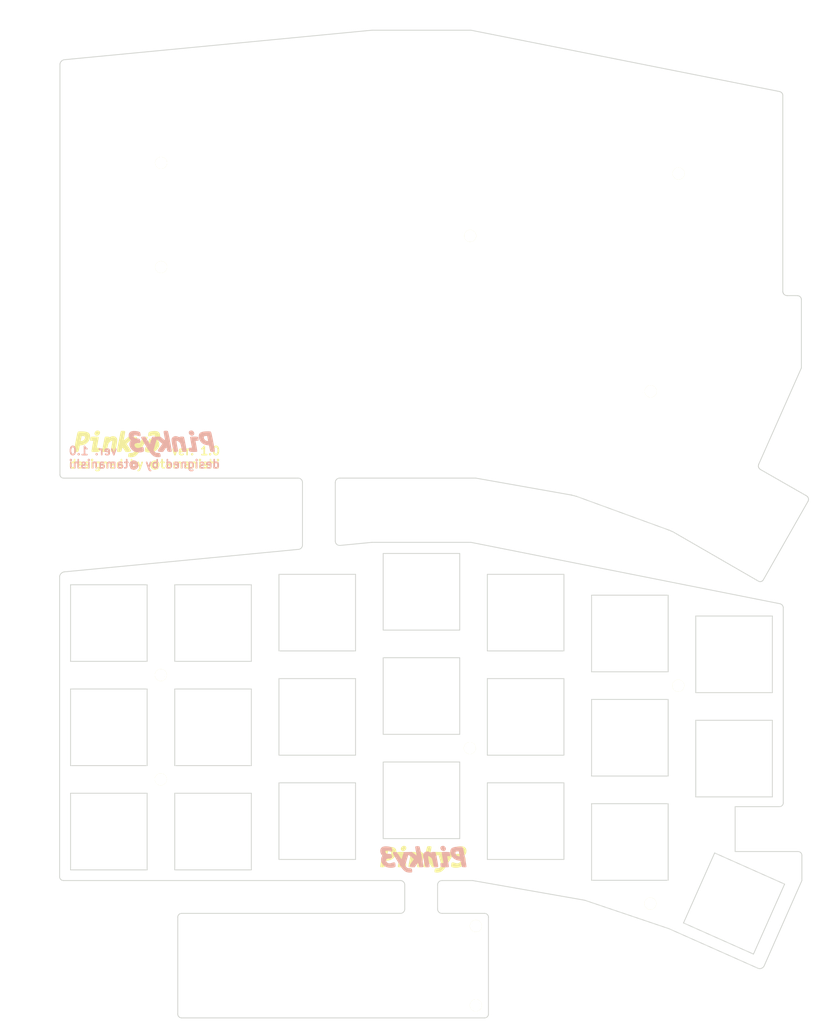
<source format=kicad_pcb>
(kicad_pcb (version 20171130) (host pcbnew "(5.0.1-3-g963ef8bb5)")

  (general
    (thickness 1.6)
    (drawings 228)
    (tracks 0)
    (zones 0)
    (modules 20)
    (nets 2)
  )

  (page A4)
  (title_block
    (title "Pinky3 Plates Design")
    (date 2019-01-14)
    (rev 1.0)
    (company @tamanishi)
  )

  (layers
    (0 F.Cu signal)
    (31 B.Cu signal)
    (32 B.Adhes user)
    (33 F.Adhes user)
    (34 B.Paste user)
    (35 F.Paste user)
    (36 B.SilkS user)
    (37 F.SilkS user)
    (38 B.Mask user)
    (39 F.Mask user)
    (40 Dwgs.User user)
    (41 Cmts.User user)
    (42 Eco1.User user)
    (43 Eco2.User user)
    (44 Edge.Cuts user)
    (45 Margin user)
    (46 B.CrtYd user)
    (47 F.CrtYd user)
    (48 B.Fab user)
    (49 F.Fab user)
  )

  (setup
    (last_trace_width 0.25)
    (user_trace_width 0.5)
    (trace_clearance 0.2)
    (zone_clearance 0.508)
    (zone_45_only no)
    (trace_min 0.2)
    (segment_width 0.15)
    (edge_width 0.15)
    (via_size 0.6)
    (via_drill 0.4)
    (via_min_size 0.4)
    (via_min_drill 0.3)
    (uvia_size 0.4)
    (uvia_drill 0.3)
    (uvias_allowed no)
    (uvia_min_size 0.4)
    (uvia_min_drill 0.3)
    (pcb_text_width 0.3)
    (pcb_text_size 1.5 1.5)
    (mod_edge_width 0.15)
    (mod_text_size 1 1)
    (mod_text_width 0.15)
    (pad_size 5 5)
    (pad_drill 4.8)
    (pad_to_mask_clearance 0.2)
    (solder_mask_min_width 0.25)
    (aux_axis_origin 41 -39.3)
    (visible_elements FFFFE77F)
    (pcbplotparams
      (layerselection 0x010f0_ffffffff)
      (usegerberextensions false)
      (usegerberattributes false)
      (usegerberadvancedattributes false)
      (creategerberjobfile false)
      (excludeedgelayer true)
      (linewidth 0.100000)
      (plotframeref false)
      (viasonmask false)
      (mode 1)
      (useauxorigin false)
      (hpglpennumber 1)
      (hpglpenspeed 20)
      (hpglpendiameter 15.000000)
      (psnegative false)
      (psa4output false)
      (plotreference true)
      (plotvalue true)
      (plotinvisibletext false)
      (padsonsilk false)
      (subtractmaskfromsilk false)
      (outputformat 1)
      (mirror false)
      (drillshape 0)
      (scaleselection 1)
      (outputdirectory "Gerber/"))
  )

  (net 0 "")
  (net 1 GND)

  (net_class Default "This is the default net class."
    (clearance 0.2)
    (trace_width 0.25)
    (via_dia 0.6)
    (via_drill 0.4)
    (uvia_dia 0.4)
    (uvia_drill 0.3)
  )

  (module lib:pinky3 (layer B.Cu) (tedit 0) (tstamp 5C3C3B3E)
    (at 61.5 36.3 180)
    (fp_text reference G*** (at 0 0 180) (layer B.SilkS) hide
      (effects (font (size 1.524 1.524) (thickness 0.3)) (justify mirror))
    )
    (fp_text value LOGO (at 0.75 0 180) (layer B.SilkS) hide
      (effects (font (size 1.524 1.524) (thickness 0.3)) (justify mirror))
    )
    (fp_poly (pts (xy 1.297541 2.374133) (xy 1.421945 2.335953) (xy 1.46486 2.2987) (xy 1.475768 2.200777)
      (xy 1.457396 2.006142) (xy 1.409811 1.715354) (xy 1.367997 1.4986) (xy 1.316249 1.235911)
      (xy 1.272421 1.003675) (xy 1.240285 0.82263) (xy 1.223614 0.713514) (xy 1.22215 0.696821)
      (xy 1.245353 0.674814) (xy 1.322681 0.709769) (xy 1.460907 0.805793) (xy 1.6637 0.964487)
      (xy 2.1082 1.322732) (xy 2.843123 1.309066) (xy 3.578047 1.2954) (xy 3.76169 0.6858)
      (xy 3.833886 0.44675) (xy 3.896807 0.239532) (xy 3.94393 0.085553) (xy 3.96873 0.00622)
      (xy 3.969352 0.004343) (xy 4.002528 0.019082) (xy 4.078154 0.109977) (xy 4.187706 0.2653)
      (xy 4.322656 0.473321) (xy 4.39401 0.588543) (xy 4.53743 0.820256) (xy 4.665493 1.021312)
      (xy 4.767585 1.175489) (xy 4.833094 1.266564) (xy 4.848424 1.283101) (xy 4.924137 1.30111)
      (xy 5.068545 1.310061) (xy 5.2324 1.308501) (xy 5.41068 1.298646) (xy 5.511294 1.280449)
      (xy 5.558166 1.244171) (xy 5.57522 1.180075) (xy 5.576582 1.1684) (xy 5.560713 1.093036)
      (xy 5.501 0.957093) (xy 5.394716 0.755594) (xy 5.239138 0.483562) (xy 5.031539 0.136018)
      (xy 4.839062 -0.178814) (xy 4.591617 -0.580261) (xy 4.390393 -0.905402) (xy 4.228494 -1.164539)
      (xy 4.099022 -1.367976) (xy 3.995081 -1.526015) (xy 3.909774 -1.648958) (xy 3.836204 -1.747108)
      (xy 3.767474 -1.830768) (xy 3.696687 -1.910241) (xy 3.637007 -1.974458) (xy 3.36149 -2.213134)
      (xy 3.058474 -2.362543) (xy 2.708834 -2.430752) (xy 2.54 -2.437125) (xy 2.345548 -2.431335)
      (xy 2.186439 -2.416326) (xy 2.093958 -2.395195) (xy 2.08894 -2.39247) (xy 2.051825 -2.316694)
      (xy 2.043325 -2.179294) (xy 2.059279 -2.014812) (xy 2.095524 -1.857791) (xy 2.147898 -1.742774)
      (xy 2.170198 -1.718055) (xy 2.271886 -1.678501) (xy 2.447071 -1.655253) (xy 2.578977 -1.651)
      (xy 2.758509 -1.647981) (xy 2.874982 -1.627643) (xy 2.96694 -1.573063) (xy 3.072923 -1.467316)
      (xy 3.123245 -1.412013) (xy 3.33971 -1.173027) (xy 3.056377 -0.178699) (xy 2.948347 0.191445)
      (xy 2.861576 0.468089) (xy 2.794124 0.656648) (xy 2.744046 0.762536) (xy 2.709401 0.79117)
      (xy 2.70855 0.79088) (xy 2.643219 0.750204) (xy 2.523813 0.662831) (xy 2.369195 0.543906)
      (xy 2.198232 0.40857) (xy 2.02979 0.271968) (xy 1.882734 0.149242) (xy 1.77593 0.055534)
      (xy 1.728244 0.005989) (xy 1.727356 0.003302) (xy 1.755633 -0.046114) (xy 1.833037 -0.161576)
      (xy 1.948611 -0.327201) (xy 2.091396 -0.527106) (xy 2.132686 -0.5842) (xy 2.281906 -0.795612)
      (xy 2.406531 -0.982874) (xy 2.495348 -1.128321) (xy 2.537143 -1.214293) (xy 2.53893 -1.224026)
      (xy 2.503169 -1.342308) (xy 2.388077 -1.421295) (xy 2.187437 -1.463723) (xy 1.972491 -1.4732)
      (xy 1.590782 -1.4732) (xy 1.282359 -1.038421) (xy 1.139961 -0.838657) (xy 1.0448 -0.721406)
      (xy 0.982971 -0.688036) (xy 0.940571 -0.739917) (xy 0.903696 -0.878417) (xy 0.863464 -1.079657)
      (xy 0.813788 -1.270709) (xy 0.742058 -1.388353) (xy 0.625399 -1.449634) (xy 0.440936 -1.471598)
      (xy 0.335327 -1.4732) (xy 0.157176 -1.464638) (xy 0.054675 -1.434464) (xy 0.007104 -1.3843)
      (xy 0.005628 -1.315043) (xy 0.022711 -1.160321) (xy 0.055696 -0.934028) (xy 0.101927 -0.650059)
      (xy 0.158746 -0.322309) (xy 0.223497 0.035327) (xy 0.293524 0.408956) (xy 0.366169 0.784681)
      (xy 0.438776 1.148608) (xy 0.508689 1.486843) (xy 0.57325 1.785491) (xy 0.629803 2.030656)
      (xy 0.675692 2.208444) (xy 0.708258 2.304961) (xy 0.714479 2.315352) (xy 0.804984 2.363283)
      (xy 0.955022 2.388554) (xy 1.130554 2.391918) (xy 1.297541 2.374133)) (layer B.SilkS) (width 0.01))
    (fp_poly (pts (xy 7.095391 2.335455) (xy 7.322971 2.297945) (xy 7.458702 2.249947) (xy 7.677534 2.091276)
      (xy 7.816305 1.871124) (xy 7.872753 1.593364) (xy 7.874 1.540256) (xy 7.840438 1.228346)
      (xy 7.73115 0.960675) (xy 7.595732 0.772264) (xy 7.454467 0.604727) (xy 7.573813 0.47769)
      (xy 7.665574 0.316167) (xy 7.714239 0.091673) (xy 7.718542 -0.166178) (xy 7.677219 -0.427767)
      (xy 7.619767 -0.598882) (xy 7.469266 -0.851437) (xy 7.249832 -1.09677) (xy 6.991659 -1.305382)
      (xy 6.769554 -1.429523) (xy 6.576344 -1.488394) (xy 6.322157 -1.53177) (xy 6.043843 -1.556754)
      (xy 5.778252 -1.560447) (xy 5.562233 -1.539953) (xy 5.5118 -1.528432) (xy 5.300806 -1.466745)
      (xy 5.170761 -1.412185) (xy 5.104405 -1.345852) (xy 5.084475 -1.248844) (xy 5.09371 -1.102264)
      (xy 5.096646 -1.073862) (xy 5.119014 -0.897588) (xy 5.144177 -0.754087) (xy 5.160136 -0.693861)
      (xy 5.245021 -0.602144) (xy 5.397915 -0.577919) (xy 5.610394 -0.62174) (xy 5.708671 -0.657831)
      (xy 6.030305 -0.753372) (xy 6.307441 -0.763219) (xy 6.535341 -0.689001) (xy 6.709271 -0.532345)
      (xy 6.824497 -0.294882) (xy 6.831251 -0.271676) (xy 6.818314 -0.139591) (xy 6.740507 -0.021472)
      (xy 6.657565 0.058853) (xy 6.560631 0.105117) (xy 6.415906 0.129426) (xy 6.294163 0.138387)
      (xy 6.0478 0.153975) (xy 5.88613 0.173473) (xy 5.792468 0.20751) (xy 5.750128 0.266713)
      (xy 5.742427 0.361713) (xy 5.75113 0.484308) (xy 5.784958 0.706754) (xy 5.854179 0.849925)
      (xy 5.976921 0.929695) (xy 6.171308 0.961939) (xy 6.300222 0.9652) (xy 6.510458 0.9732)
      (xy 6.65275 1.00205) (xy 6.759843 1.059024) (xy 6.77527 1.07074) (xy 6.927295 1.217151)
      (xy 6.983266 1.344562) (xy 6.945554 1.459184) (xy 6.930375 1.477426) (xy 6.815768 1.550832)
      (xy 6.646301 1.570057) (xy 6.410726 1.535032) (xy 6.1828 1.472781) (xy 5.956673 1.410925)
      (xy 5.809659 1.396818) (xy 5.727917 1.437186) (xy 5.697608 1.53876) (xy 5.704582 1.705293)
      (xy 5.73099 1.879722) (xy 5.767466 2.025702) (xy 5.787952 2.076732) (xy 5.885852 2.165721)
      (xy 6.061914 2.239489) (xy 6.293518 2.295692) (xy 6.558045 2.331983) (xy 6.832876 2.34602)
      (xy 7.095391 2.335455)) (layer B.SilkS) (width 0.01))
    (fp_poly (pts (xy -6.5913 2.284994) (xy -6.110983 2.269062) (xy -5.722103 2.220944) (xy -5.418523 2.136767)
      (xy -5.194105 2.01266) (xy -5.042711 1.844748) (xy -4.958205 1.629159) (xy -4.934447 1.36202)
      (xy -4.940307 1.243212) (xy -5.018676 0.872387) (xy -5.183754 0.53462) (xy -5.422792 0.242224)
      (xy -5.72304 0.007514) (xy -6.071747 -0.157196) (xy -6.456163 -0.239593) (xy -6.477521 -0.241446)
      (xy -6.65989 -0.260435) (xy -6.764446 -0.286602) (xy -6.814962 -0.328939) (xy -6.831395 -0.375318)
      (xy -6.852709 -0.482655) (xy -6.884298 -0.648559) (xy -6.910137 -0.7874) (xy -6.969529 -1.075438)
      (xy -7.026331 -1.273453) (xy -7.084594 -1.392805) (xy -7.144012 -1.443307) (xy -7.240918 -1.461384)
      (xy -7.391471 -1.470825) (xy -7.561029 -1.471826) (xy -7.714948 -1.464585) (xy -7.818584 -1.449302)
      (xy -7.840134 -1.439333) (xy -7.858874 -1.407561) (xy -7.868247 -1.351832) (xy -7.866869 -1.262634)
      (xy -7.853355 -1.130458) (xy -7.826323 -0.945796) (xy -7.784386 -0.699136) (xy -7.726161 -0.380969)
      (xy -7.650265 0.018213) (xy -7.56078 0.479873) (xy -7.547683 0.5461) (xy -6.652477 0.5461)
      (xy -6.613145 0.512686) (xy -6.508113 0.513906) (xy -6.366261 0.547282) (xy -6.284869 0.577653)
      (xy -6.063792 0.718902) (xy -5.915096 0.915512) (xy -5.857968 1.102015) (xy -5.857814 1.264656)
      (xy -5.918809 1.367378) (xy -6.054048 1.422051) (xy -6.230123 1.439375) (xy -6.470535 1.4478)
      (xy -6.560344 1.016) (xy -6.601149 0.816894) (xy -6.632849 0.656685) (xy -6.650483 0.560686)
      (xy -6.652477 0.5461) (xy -7.547683 0.5461) (xy -7.463829 0.97009) (xy -7.382031 1.367162)
      (xy -7.313708 1.678141) (xy -7.257183 1.910078) (xy -7.210778 2.070026) (xy -7.172814 2.165035)
      (xy -7.152828 2.194373) (xy -7.089723 2.239412) (xy -6.995241 2.267111) (xy -6.84687 2.281104)
      (xy -6.622101 2.285023) (xy -6.5913 2.284994)) (layer B.SilkS) (width 0.01))
    (fp_poly (pts (xy -3.803067 1.319092) (xy -3.606005 1.312807) (xy -3.479164 1.300209) (xy -3.406871 1.279561)
      (xy -3.373459 1.249125) (xy -3.369948 1.241414) (xy -3.370941 1.172104) (xy -3.389134 1.022005)
      (xy -3.421246 0.809839) (xy -3.463998 0.554332) (xy -3.514109 0.274207) (xy -3.568298 -0.011811)
      (xy -3.623286 -0.284998) (xy -3.675792 -0.526629) (xy -3.691532 -0.59422) (xy -3.698453 -0.657051)
      (xy -3.666784 -0.69255) (xy -3.574863 -0.710891) (xy -3.421135 -0.72122) (xy -3.1242 -0.7366)
      (xy -3.135952 -1.010951) (xy -3.148699 -1.183663) (xy -3.179755 -1.30704) (xy -3.244057 -1.389342)
      (xy -3.356544 -1.438829) (xy -3.532152 -1.463762) (xy -3.785821 -1.4724) (xy -3.971868 -1.4732)
      (xy -4.248147 -1.47131) (xy -4.438776 -1.464425) (xy -4.559656 -1.450722) (xy -4.626689 -1.428376)
      (xy -4.655775 -1.395563) (xy -4.656105 -1.394718) (xy -4.654784 -1.327702) (xy -4.637389 -1.180715)
      (xy -4.607312 -0.973502) (xy -4.567945 -0.725812) (xy -4.52268 -0.45739) (xy -4.47491 -0.187982)
      (xy -4.428027 0.062664) (xy -4.385423 0.274803) (xy -4.35049 0.428688) (xy -4.33188 0.492634)
      (xy -4.358026 0.532466) (xy -4.475594 0.558477) (xy -4.605689 0.568834) (xy -4.9022 0.5842)
      (xy -4.895847 0.842382) (xy -4.888336 1.022499) (xy -4.866081 1.150572) (xy -4.814065 1.235473)
      (xy -4.71727 1.286074) (xy -4.560677 1.311247) (xy -4.329268 1.319865) (xy -4.086019 1.3208)
      (xy -3.803067 1.319092)) (layer B.SilkS) (width 0.01))
    (fp_poly (pts (xy -0.482306 1.376166) (xy -0.251109 1.26555) (xy -0.172169 1.198329) (xy -0.075296 1.08678)
      (xy -0.010262 0.967467) (xy 0.024198 0.823746) (xy 0.029351 0.638972) (xy 0.006461 0.396503)
      (xy -0.043204 0.079693) (xy -0.074029 -0.091979) (xy -0.148844 -0.49881) (xy -0.209523 -0.81685)
      (xy -0.261481 -1.057009) (xy -0.310131 -1.230198) (xy -0.360888 -1.347327) (xy -0.419165 -1.419306)
      (xy -0.490375 -1.457046) (xy -0.579934 -1.471457) (xy -0.693255 -1.47345) (xy -0.759409 -1.4732)
      (xy -0.913398 -1.470639) (xy -1.02373 -1.454103) (xy -1.09409 -1.410308) (xy -1.128166 -1.325971)
      (xy -1.129645 -1.187809) (xy -1.102212 -0.98254) (xy -1.049556 -0.696879) (xy -1.0187 -0.539004)
      (xy -0.948236 -0.168361) (xy -0.900304 0.114328) (xy -0.87384 0.319932) (xy -0.867779 0.459319)
      (xy -0.881058 0.543358) (xy -0.909087 0.580917) (xy -0.975833 0.570451) (xy -1.092894 0.5098)
      (xy -1.234805 0.416453) (xy -1.376101 0.307901) (xy -1.491319 0.201635) (xy -1.532972 0.1524)
      (xy -1.578727 0.053293) (xy -1.635244 -0.124305) (xy -1.69638 -0.3587) (xy -1.755992 -0.628198)
      (xy -1.760868 -0.652411) (xy -1.815883 -0.90749) (xy -1.871402 -1.129796) (xy -1.921675 -1.298505)
      (xy -1.960953 -1.392798) (xy -1.967769 -1.401711) (xy -2.066486 -1.447558) (xy -2.223891 -1.47126)
      (xy -2.402827 -1.473024) (xy -2.566135 -1.453059) (xy -2.676658 -1.411569) (xy -2.691841 -1.397674)
      (xy -2.70874 -1.355301) (xy -2.712608 -1.275996) (xy -2.701948 -1.148644) (xy -2.675262 -0.962131)
      (xy -2.631054 -0.705344) (xy -2.567825 -0.367168) (xy -2.519044 -0.114974) (xy -2.451037 0.228252)
      (xy -2.386653 0.543121) (xy -2.329192 0.814279) (xy -2.281952 1.026375) (xy -2.248234 1.164053)
      (xy -2.235073 1.2065) (xy -2.199542 1.266794) (xy -2.140313 1.301227) (xy -2.032235 1.316867)
      (xy -1.850156 1.320782) (xy -1.828295 1.3208) (xy -1.623015 1.314638) (xy -1.501292 1.293919)
      (xy -1.445707 1.255297) (xy -1.441504 1.24651) (xy -1.406726 1.199459) (xy -1.340798 1.218533)
      (xy -1.303398 1.240849) (xy -1.030633 1.364649) (xy -0.749541 1.409477) (xy -0.482306 1.376166)) (layer B.SilkS) (width 0.01))
    (fp_poly (pts (xy -3.341841 2.400345) (xy -3.202176 2.298987) (xy -3.127329 2.153535) (xy -3.12007 1.983201)
      (xy -3.183166 1.807194) (xy -3.319388 1.644724) (xy -3.418767 1.572744) (xy -3.633118 1.485313)
      (xy -3.826454 1.494863) (xy -3.99011 1.597891) (xy -4.100092 1.76962) (xy -4.114703 1.959412)
      (xy -4.034953 2.153196) (xy -3.94208 2.265681) (xy -3.812069 2.377675) (xy -3.688628 2.427864)
      (xy -3.543554 2.4384) (xy -3.341841 2.400345)) (layer B.SilkS) (width 0.01))
  )

  (module lib:breakaway-mousebites (layer F.Cu) (tedit 5BEE6749) (tstamp 5C3C3784)
    (at 88.498676 55.20012 185.3)
    (fp_text reference REF** (at 0 -1.524 185.3) (layer Dwgs.User)
      (effects (font (size 1 1) (thickness 0.15)))
    )
    (fp_text value breakaway-mousebites (at 0 0.762 185.3) (layer Dwgs.User)
      (effects (font (size 1 1) (thickness 0.15)))
    )
    (fp_line (start -2.794 0) (end 2.794 0) (layer Dwgs.User) (width 0.15))
    (fp_line (start 0.254 0) (end -0.254 0) (layer B.CrtYd) (width 0.15))
    (fp_line (start -1.016 0) (end -1.524 0) (layer B.CrtYd) (width 0.15))
    (fp_line (start -2.286 0) (end -2.794 0) (layer B.CrtYd) (width 0.15))
    (fp_line (start 1.016 0) (end 1.524 0) (layer B.CrtYd) (width 0.15))
    (fp_line (start 2.286 0) (end 2.794 0) (layer B.CrtYd) (width 0.15))
    (pad "" np_thru_hole circle (at 0 -0.254 185.3) (size 0.7874 0.7874) (drill 0.7874) (layers *.Cu *.Mask))
    (pad "" np_thru_hole circle (at 1.27 -0.254 185.3) (size 0.7874 0.7874) (drill 0.7874) (layers *.Cu *.Mask))
    (pad "" np_thru_hole circle (at 2.54 -0.254 185.3) (size 0.7874 0.7874) (drill 0.7874) (layers *.Cu *.Mask))
    (pad "" np_thru_hole circle (at -1.27 -0.254 185.3) (size 0.7874 0.7874) (drill 0.7874) (layers *.Cu *.Mask))
    (pad "" np_thru_hole circle (at -2.54 -0.254 185.3) (size 0.7874 0.7874) (drill 0.7874) (layers *.Cu *.Mask))
  )

  (module lib:breakaway-mousebites (layer F.Cu) (tedit 5BEE6749) (tstamp 5C3C3776)
    (at 88.4 42.56)
    (fp_text reference REF** (at 0 -1.524) (layer Dwgs.User)
      (effects (font (size 1 1) (thickness 0.15)))
    )
    (fp_text value breakaway-mousebites (at 0 0.762) (layer Dwgs.User)
      (effects (font (size 1 1) (thickness 0.15)))
    )
    (fp_line (start -2.794 0) (end 2.794 0) (layer Dwgs.User) (width 0.15))
    (fp_line (start 0.254 0) (end -0.254 0) (layer B.CrtYd) (width 0.15))
    (fp_line (start -1.016 0) (end -1.524 0) (layer B.CrtYd) (width 0.15))
    (fp_line (start -2.286 0) (end -2.794 0) (layer B.CrtYd) (width 0.15))
    (fp_line (start 1.016 0) (end 1.524 0) (layer B.CrtYd) (width 0.15))
    (fp_line (start 2.286 0) (end 2.794 0) (layer B.CrtYd) (width 0.15))
    (pad "" np_thru_hole circle (at 0 -0.254) (size 0.7874 0.7874) (drill 0.7874) (layers *.Cu *.Mask))
    (pad "" np_thru_hole circle (at 1.27 -0.254) (size 0.7874 0.7874) (drill 0.7874) (layers *.Cu *.Mask))
    (pad "" np_thru_hole circle (at 2.54 -0.254) (size 0.7874 0.7874) (drill 0.7874) (layers *.Cu *.Mask))
    (pad "" np_thru_hole circle (at -1.27 -0.254) (size 0.7874 0.7874) (drill 0.7874) (layers *.Cu *.Mask))
    (pad "" np_thru_hole circle (at -2.54 -0.254) (size 0.7874 0.7874) (drill 0.7874) (layers *.Cu *.Mask))
  )

  (module lib:HOLE_M2 (layer F.Cu) (tedit 5C1EE041) (tstamp 5C3C2F4B)
    (at 59.56 -15.05)
    (fp_text reference Ref** (at 0 -2) (layer F.SilkS) hide
      (effects (font (size 0.29972 0.29972) (thickness 0.07493)))
    )
    (fp_text value Val** (at 0 1.75) (layer F.SilkS) hide
      (effects (font (size 0.29972 0.29972) (thickness 0.0762)))
    )
    (pad "" np_thru_hole circle (at 0 0) (size 2.2 2.2) (drill 2.2) (layers *.Cu *.Mask F.SilkS)
      (clearance 0.85))
  )

  (module lib:HOLE_M2 (layer F.Cu) (tedit 5C1EE041) (tstamp 5C3C2F47)
    (at 154.16 -13.1)
    (fp_text reference Ref** (at 0 -2) (layer F.SilkS) hide
      (effects (font (size 0.29972 0.29972) (thickness 0.07493)))
    )
    (fp_text value Val** (at 0 1.75) (layer F.SilkS) hide
      (effects (font (size 0.29972 0.29972) (thickness 0.0762)))
    )
    (pad "" np_thru_hole circle (at 0 0) (size 2.2 2.2) (drill 2.2) (layers *.Cu *.Mask F.SilkS)
      (clearance 0.85))
  )

  (module lib:HOLE_M2 (layer F.Cu) (tedit 5C1EE041) (tstamp 5C3C2F43)
    (at 116.06 -1.7)
    (fp_text reference Ref** (at 0 -2) (layer F.SilkS) hide
      (effects (font (size 0.29972 0.29972) (thickness 0.07493)))
    )
    (fp_text value Val** (at 0 1.75) (layer F.SilkS) hide
      (effects (font (size 0.29972 0.29972) (thickness 0.0762)))
    )
    (pad "" np_thru_hole circle (at 0 0) (size 2.2 2.2) (drill 2.2) (layers *.Cu *.Mask F.SilkS)
      (clearance 0.85))
  )

  (module lib:HOLE_M2 (layer F.Cu) (tedit 5C1EE041) (tstamp 5C3C2F3F)
    (at 59.56 4)
    (fp_text reference Ref** (at 0 -2) (layer F.SilkS) hide
      (effects (font (size 0.29972 0.29972) (thickness 0.07493)))
    )
    (fp_text value Val** (at 0 1.75) (layer F.SilkS) hide
      (effects (font (size 0.29972 0.29972) (thickness 0.0762)))
    )
    (pad "" np_thru_hole circle (at 0 0) (size 2.2 2.2) (drill 2.2) (layers *.Cu *.Mask F.SilkS)
      (clearance 0.85))
  )

  (module lib:HOLE_M2 (layer F.Cu) (tedit 5C1EE041) (tstamp 5C3C2F3B)
    (at 149.06 26.7)
    (fp_text reference Ref** (at 0 -2) (layer F.SilkS) hide
      (effects (font (size 0.29972 0.29972) (thickness 0.07493)))
    )
    (fp_text value Val** (at 0 1.75) (layer F.SilkS) hide
      (effects (font (size 0.29972 0.29972) (thickness 0.0762)))
    )
    (pad "" np_thru_hole circle (at 0 0) (size 2.2 2.2) (drill 2.2) (layers *.Cu *.Mask F.SilkS)
      (clearance 0.85))
  )

  (module lib:HOLE_M2 (layer F.Cu) (tedit 5C1EE041) (tstamp 5C0A86C7)
    (at 149 120.3)
    (fp_text reference Ref** (at 0 -2) (layer F.SilkS) hide
      (effects (font (size 0.29972 0.29972) (thickness 0.07493)))
    )
    (fp_text value Val** (at 0 1.75) (layer F.SilkS) hide
      (effects (font (size 0.29972 0.29972) (thickness 0.0762)))
    )
    (pad "" np_thru_hole circle (at 0 0) (size 2.2 2.2) (drill 2.2) (layers *.Cu *.Mask F.SilkS)
      (clearance 0.85))
  )

  (module lib:HOLE_M2 (layer F.Cu) (tedit 5C1EE041) (tstamp 5BDF1C89)
    (at 59.5 97.6)
    (fp_text reference Ref** (at 0 -2) (layer F.SilkS) hide
      (effects (font (size 0.29972 0.29972) (thickness 0.07493)))
    )
    (fp_text value Val** (at 0 1.75) (layer F.SilkS) hide
      (effects (font (size 0.29972 0.29972) (thickness 0.0762)))
    )
    (pad "" np_thru_hole circle (at 0 0) (size 2.2 2.2) (drill 2.2) (layers *.Cu *.Mask F.SilkS)
      (clearance 0.85))
  )

  (module lib:HOLE_M2 (layer F.Cu) (tedit 5C1EE041) (tstamp 5BDF1C99)
    (at 116 91.9)
    (fp_text reference Ref** (at 0 -2) (layer F.SilkS) hide
      (effects (font (size 0.29972 0.29972) (thickness 0.07493)))
    )
    (fp_text value Val** (at 0 1.75) (layer F.SilkS) hide
      (effects (font (size 0.29972 0.29972) (thickness 0.0762)))
    )
    (pad "" np_thru_hole circle (at 0 0) (size 2.2 2.2) (drill 2.2) (layers *.Cu *.Mask F.SilkS)
      (clearance 0.85))
  )

  (module lib:HOLE_M2 (layer F.Cu) (tedit 5C1EE041) (tstamp 5BDF2E30)
    (at 154.1 80.5)
    (fp_text reference Ref** (at 0 -2) (layer F.SilkS) hide
      (effects (font (size 0.29972 0.29972) (thickness 0.07493)))
    )
    (fp_text value Val** (at 0 1.75) (layer F.SilkS) hide
      (effects (font (size 0.29972 0.29972) (thickness 0.0762)))
    )
    (pad "" np_thru_hole circle (at 0 0) (size 2.2 2.2) (drill 2.2) (layers *.Cu *.Mask F.SilkS)
      (clearance 0.85))
  )

  (module lib:HOLE_M2 (layer F.Cu) (tedit 5C1EE041) (tstamp 5C1F4314)
    (at 59.5 78.55)
    (fp_text reference Ref** (at 0 -2) (layer F.SilkS) hide
      (effects (font (size 0.29972 0.29972) (thickness 0.07493)))
    )
    (fp_text value Val** (at 0 1.75) (layer F.SilkS) hide
      (effects (font (size 0.29972 0.29972) (thickness 0.0762)))
    )
    (pad "" np_thru_hole circle (at 0 0) (size 2.2 2.2) (drill 2.2) (layers *.Cu *.Mask F.SilkS)
      (clearance 0.85))
  )

  (module kbd:HOLE_M2 (layer F.Cu) (tedit 5C1EE041) (tstamp 5C04BAC0)
    (at 117.1 124.4)
    (fp_text reference HOLE_M2 (at 0 -2) (layer F.SilkS) hide
      (effects (font (size 0.29972 0.29972) (thickness 0.07493)))
    )
    (fp_text value VAL** (at 0 1.75) (layer F.SilkS) hide
      (effects (font (size 0.29972 0.29972) (thickness 0.0762)))
    )
    (pad "" np_thru_hole circle (at 0 0) (size 2.2 2.2) (drill 2.2) (layers *.Cu *.Mask F.SilkS)
      (clearance 0.85))
  )

  (module kbd:HOLE_M2 (layer F.Cu) (tedit 5C1EE041) (tstamp 5C04BAC9)
    (at 117.1 138.9)
    (fp_text reference HOLE_M2 (at 0 -2) (layer F.SilkS) hide
      (effects (font (size 0.29972 0.29972) (thickness 0.07493)))
    )
    (fp_text value VAL** (at 0 1.75) (layer F.SilkS) hide
      (effects (font (size 0.29972 0.29972) (thickness 0.0762)))
    )
    (pad "" np_thru_hole circle (at 0 0) (size 2.2 2.2) (drill 2.2) (layers *.Cu *.Mask F.SilkS)
      (clearance 0.85))
  )

  (module lib:breakaway-mousebites (layer F.Cu) (tedit 5BEE6749) (tstamp 5C1F43DC)
    (at 107.1 116.1)
    (fp_text reference REF** (at 0 -1.524) (layer Dwgs.User)
      (effects (font (size 1 1) (thickness 0.15)))
    )
    (fp_text value breakaway-mousebites (at 0 0.762) (layer Dwgs.User)
      (effects (font (size 1 1) (thickness 0.15)))
    )
    (fp_line (start 2.286 0) (end 2.794 0) (layer B.CrtYd) (width 0.15))
    (fp_line (start 1.016 0) (end 1.524 0) (layer B.CrtYd) (width 0.15))
    (fp_line (start -2.286 0) (end -2.794 0) (layer B.CrtYd) (width 0.15))
    (fp_line (start -1.016 0) (end -1.524 0) (layer B.CrtYd) (width 0.15))
    (fp_line (start 0.254 0) (end -0.254 0) (layer B.CrtYd) (width 0.15))
    (fp_line (start -2.794 0) (end 2.794 0) (layer Dwgs.User) (width 0.15))
    (pad "" np_thru_hole circle (at -2.54 -0.254) (size 0.7874 0.7874) (drill 0.7874) (layers *.Cu *.Mask))
    (pad "" np_thru_hole circle (at -1.27 -0.254) (size 0.7874 0.7874) (drill 0.7874) (layers *.Cu *.Mask))
    (pad "" np_thru_hole circle (at 2.54 -0.254) (size 0.7874 0.7874) (drill 0.7874) (layers *.Cu *.Mask))
    (pad "" np_thru_hole circle (at 1.27 -0.254) (size 0.7874 0.7874) (drill 0.7874) (layers *.Cu *.Mask))
    (pad "" np_thru_hole circle (at 0 -0.254) (size 0.7874 0.7874) (drill 0.7874) (layers *.Cu *.Mask))
  )

  (module lib:breakaway-mousebites (layer F.Cu) (tedit 5BEE6749) (tstamp 5C1F440F)
    (at 107.1 122.1 180)
    (fp_text reference REF** (at 0 -1.524 180) (layer Dwgs.User)
      (effects (font (size 1 1) (thickness 0.15)))
    )
    (fp_text value breakaway-mousebites (at 0 0.762 180) (layer Dwgs.User)
      (effects (font (size 1 1) (thickness 0.15)))
    )
    (fp_line (start 2.286 0) (end 2.794 0) (layer B.CrtYd) (width 0.15))
    (fp_line (start 1.016 0) (end 1.524 0) (layer B.CrtYd) (width 0.15))
    (fp_line (start -2.286 0) (end -2.794 0) (layer B.CrtYd) (width 0.15))
    (fp_line (start -1.016 0) (end -1.524 0) (layer B.CrtYd) (width 0.15))
    (fp_line (start 0.254 0) (end -0.254 0) (layer B.CrtYd) (width 0.15))
    (fp_line (start -2.794 0) (end 2.794 0) (layer Dwgs.User) (width 0.15))
    (pad "" np_thru_hole circle (at -2.54 -0.254 180) (size 0.7874 0.7874) (drill 0.7874) (layers *.Cu *.Mask))
    (pad "" np_thru_hole circle (at -1.27 -0.254 180) (size 0.7874 0.7874) (drill 0.7874) (layers *.Cu *.Mask))
    (pad "" np_thru_hole circle (at 2.54 -0.254 180) (size 0.7874 0.7874) (drill 0.7874) (layers *.Cu *.Mask))
    (pad "" np_thru_hole circle (at 1.27 -0.254 180) (size 0.7874 0.7874) (drill 0.7874) (layers *.Cu *.Mask))
    (pad "" np_thru_hole circle (at 0 -0.254 180) (size 0.7874 0.7874) (drill 0.7874) (layers *.Cu *.Mask))
  )

  (module lib:pinky3 (layer B.Cu) (tedit 0) (tstamp 5C31D7C6)
    (at 107.5 112.2 180)
    (fp_text reference G*** (at 0 0 180) (layer B.SilkS) hide
      (effects (font (size 1.524 1.524) (thickness 0.3)) (justify mirror))
    )
    (fp_text value LOGO (at 0.75 0 180) (layer B.SilkS) hide
      (effects (font (size 1.524 1.524) (thickness 0.3)) (justify mirror))
    )
    (fp_poly (pts (xy -3.341841 2.400345) (xy -3.202176 2.298987) (xy -3.127329 2.153535) (xy -3.12007 1.983201)
      (xy -3.183166 1.807194) (xy -3.319388 1.644724) (xy -3.418767 1.572744) (xy -3.633118 1.485313)
      (xy -3.826454 1.494863) (xy -3.99011 1.597891) (xy -4.100092 1.76962) (xy -4.114703 1.959412)
      (xy -4.034953 2.153196) (xy -3.94208 2.265681) (xy -3.812069 2.377675) (xy -3.688628 2.427864)
      (xy -3.543554 2.4384) (xy -3.341841 2.400345)) (layer B.SilkS) (width 0.01))
    (fp_poly (pts (xy -0.482306 1.376166) (xy -0.251109 1.26555) (xy -0.172169 1.198329) (xy -0.075296 1.08678)
      (xy -0.010262 0.967467) (xy 0.024198 0.823746) (xy 0.029351 0.638972) (xy 0.006461 0.396503)
      (xy -0.043204 0.079693) (xy -0.074029 -0.091979) (xy -0.148844 -0.49881) (xy -0.209523 -0.81685)
      (xy -0.261481 -1.057009) (xy -0.310131 -1.230198) (xy -0.360888 -1.347327) (xy -0.419165 -1.419306)
      (xy -0.490375 -1.457046) (xy -0.579934 -1.471457) (xy -0.693255 -1.47345) (xy -0.759409 -1.4732)
      (xy -0.913398 -1.470639) (xy -1.02373 -1.454103) (xy -1.09409 -1.410308) (xy -1.128166 -1.325971)
      (xy -1.129645 -1.187809) (xy -1.102212 -0.98254) (xy -1.049556 -0.696879) (xy -1.0187 -0.539004)
      (xy -0.948236 -0.168361) (xy -0.900304 0.114328) (xy -0.87384 0.319932) (xy -0.867779 0.459319)
      (xy -0.881058 0.543358) (xy -0.909087 0.580917) (xy -0.975833 0.570451) (xy -1.092894 0.5098)
      (xy -1.234805 0.416453) (xy -1.376101 0.307901) (xy -1.491319 0.201635) (xy -1.532972 0.1524)
      (xy -1.578727 0.053293) (xy -1.635244 -0.124305) (xy -1.69638 -0.3587) (xy -1.755992 -0.628198)
      (xy -1.760868 -0.652411) (xy -1.815883 -0.90749) (xy -1.871402 -1.129796) (xy -1.921675 -1.298505)
      (xy -1.960953 -1.392798) (xy -1.967769 -1.401711) (xy -2.066486 -1.447558) (xy -2.223891 -1.47126)
      (xy -2.402827 -1.473024) (xy -2.566135 -1.453059) (xy -2.676658 -1.411569) (xy -2.691841 -1.397674)
      (xy -2.70874 -1.355301) (xy -2.712608 -1.275996) (xy -2.701948 -1.148644) (xy -2.675262 -0.962131)
      (xy -2.631054 -0.705344) (xy -2.567825 -0.367168) (xy -2.519044 -0.114974) (xy -2.451037 0.228252)
      (xy -2.386653 0.543121) (xy -2.329192 0.814279) (xy -2.281952 1.026375) (xy -2.248234 1.164053)
      (xy -2.235073 1.2065) (xy -2.199542 1.266794) (xy -2.140313 1.301227) (xy -2.032235 1.316867)
      (xy -1.850156 1.320782) (xy -1.828295 1.3208) (xy -1.623015 1.314638) (xy -1.501292 1.293919)
      (xy -1.445707 1.255297) (xy -1.441504 1.24651) (xy -1.406726 1.199459) (xy -1.340798 1.218533)
      (xy -1.303398 1.240849) (xy -1.030633 1.364649) (xy -0.749541 1.409477) (xy -0.482306 1.376166)) (layer B.SilkS) (width 0.01))
    (fp_poly (pts (xy -3.803067 1.319092) (xy -3.606005 1.312807) (xy -3.479164 1.300209) (xy -3.406871 1.279561)
      (xy -3.373459 1.249125) (xy -3.369948 1.241414) (xy -3.370941 1.172104) (xy -3.389134 1.022005)
      (xy -3.421246 0.809839) (xy -3.463998 0.554332) (xy -3.514109 0.274207) (xy -3.568298 -0.011811)
      (xy -3.623286 -0.284998) (xy -3.675792 -0.526629) (xy -3.691532 -0.59422) (xy -3.698453 -0.657051)
      (xy -3.666784 -0.69255) (xy -3.574863 -0.710891) (xy -3.421135 -0.72122) (xy -3.1242 -0.7366)
      (xy -3.135952 -1.010951) (xy -3.148699 -1.183663) (xy -3.179755 -1.30704) (xy -3.244057 -1.389342)
      (xy -3.356544 -1.438829) (xy -3.532152 -1.463762) (xy -3.785821 -1.4724) (xy -3.971868 -1.4732)
      (xy -4.248147 -1.47131) (xy -4.438776 -1.464425) (xy -4.559656 -1.450722) (xy -4.626689 -1.428376)
      (xy -4.655775 -1.395563) (xy -4.656105 -1.394718) (xy -4.654784 -1.327702) (xy -4.637389 -1.180715)
      (xy -4.607312 -0.973502) (xy -4.567945 -0.725812) (xy -4.52268 -0.45739) (xy -4.47491 -0.187982)
      (xy -4.428027 0.062664) (xy -4.385423 0.274803) (xy -4.35049 0.428688) (xy -4.33188 0.492634)
      (xy -4.358026 0.532466) (xy -4.475594 0.558477) (xy -4.605689 0.568834) (xy -4.9022 0.5842)
      (xy -4.895847 0.842382) (xy -4.888336 1.022499) (xy -4.866081 1.150572) (xy -4.814065 1.235473)
      (xy -4.71727 1.286074) (xy -4.560677 1.311247) (xy -4.329268 1.319865) (xy -4.086019 1.3208)
      (xy -3.803067 1.319092)) (layer B.SilkS) (width 0.01))
    (fp_poly (pts (xy -6.5913 2.284994) (xy -6.110983 2.269062) (xy -5.722103 2.220944) (xy -5.418523 2.136767)
      (xy -5.194105 2.01266) (xy -5.042711 1.844748) (xy -4.958205 1.629159) (xy -4.934447 1.36202)
      (xy -4.940307 1.243212) (xy -5.018676 0.872387) (xy -5.183754 0.53462) (xy -5.422792 0.242224)
      (xy -5.72304 0.007514) (xy -6.071747 -0.157196) (xy -6.456163 -0.239593) (xy -6.477521 -0.241446)
      (xy -6.65989 -0.260435) (xy -6.764446 -0.286602) (xy -6.814962 -0.328939) (xy -6.831395 -0.375318)
      (xy -6.852709 -0.482655) (xy -6.884298 -0.648559) (xy -6.910137 -0.7874) (xy -6.969529 -1.075438)
      (xy -7.026331 -1.273453) (xy -7.084594 -1.392805) (xy -7.144012 -1.443307) (xy -7.240918 -1.461384)
      (xy -7.391471 -1.470825) (xy -7.561029 -1.471826) (xy -7.714948 -1.464585) (xy -7.818584 -1.449302)
      (xy -7.840134 -1.439333) (xy -7.858874 -1.407561) (xy -7.868247 -1.351832) (xy -7.866869 -1.262634)
      (xy -7.853355 -1.130458) (xy -7.826323 -0.945796) (xy -7.784386 -0.699136) (xy -7.726161 -0.380969)
      (xy -7.650265 0.018213) (xy -7.56078 0.479873) (xy -7.547683 0.5461) (xy -6.652477 0.5461)
      (xy -6.613145 0.512686) (xy -6.508113 0.513906) (xy -6.366261 0.547282) (xy -6.284869 0.577653)
      (xy -6.063792 0.718902) (xy -5.915096 0.915512) (xy -5.857968 1.102015) (xy -5.857814 1.264656)
      (xy -5.918809 1.367378) (xy -6.054048 1.422051) (xy -6.230123 1.439375) (xy -6.470535 1.4478)
      (xy -6.560344 1.016) (xy -6.601149 0.816894) (xy -6.632849 0.656685) (xy -6.650483 0.560686)
      (xy -6.652477 0.5461) (xy -7.547683 0.5461) (xy -7.463829 0.97009) (xy -7.382031 1.367162)
      (xy -7.313708 1.678141) (xy -7.257183 1.910078) (xy -7.210778 2.070026) (xy -7.172814 2.165035)
      (xy -7.152828 2.194373) (xy -7.089723 2.239412) (xy -6.995241 2.267111) (xy -6.84687 2.281104)
      (xy -6.622101 2.285023) (xy -6.5913 2.284994)) (layer B.SilkS) (width 0.01))
    (fp_poly (pts (xy 7.095391 2.335455) (xy 7.322971 2.297945) (xy 7.458702 2.249947) (xy 7.677534 2.091276)
      (xy 7.816305 1.871124) (xy 7.872753 1.593364) (xy 7.874 1.540256) (xy 7.840438 1.228346)
      (xy 7.73115 0.960675) (xy 7.595732 0.772264) (xy 7.454467 0.604727) (xy 7.573813 0.47769)
      (xy 7.665574 0.316167) (xy 7.714239 0.091673) (xy 7.718542 -0.166178) (xy 7.677219 -0.427767)
      (xy 7.619767 -0.598882) (xy 7.469266 -0.851437) (xy 7.249832 -1.09677) (xy 6.991659 -1.305382)
      (xy 6.769554 -1.429523) (xy 6.576344 -1.488394) (xy 6.322157 -1.53177) (xy 6.043843 -1.556754)
      (xy 5.778252 -1.560447) (xy 5.562233 -1.539953) (xy 5.5118 -1.528432) (xy 5.300806 -1.466745)
      (xy 5.170761 -1.412185) (xy 5.104405 -1.345852) (xy 5.084475 -1.248844) (xy 5.09371 -1.102264)
      (xy 5.096646 -1.073862) (xy 5.119014 -0.897588) (xy 5.144177 -0.754087) (xy 5.160136 -0.693861)
      (xy 5.245021 -0.602144) (xy 5.397915 -0.577919) (xy 5.610394 -0.62174) (xy 5.708671 -0.657831)
      (xy 6.030305 -0.753372) (xy 6.307441 -0.763219) (xy 6.535341 -0.689001) (xy 6.709271 -0.532345)
      (xy 6.824497 -0.294882) (xy 6.831251 -0.271676) (xy 6.818314 -0.139591) (xy 6.740507 -0.021472)
      (xy 6.657565 0.058853) (xy 6.560631 0.105117) (xy 6.415906 0.129426) (xy 6.294163 0.138387)
      (xy 6.0478 0.153975) (xy 5.88613 0.173473) (xy 5.792468 0.20751) (xy 5.750128 0.266713)
      (xy 5.742427 0.361713) (xy 5.75113 0.484308) (xy 5.784958 0.706754) (xy 5.854179 0.849925)
      (xy 5.976921 0.929695) (xy 6.171308 0.961939) (xy 6.300222 0.9652) (xy 6.510458 0.9732)
      (xy 6.65275 1.00205) (xy 6.759843 1.059024) (xy 6.77527 1.07074) (xy 6.927295 1.217151)
      (xy 6.983266 1.344562) (xy 6.945554 1.459184) (xy 6.930375 1.477426) (xy 6.815768 1.550832)
      (xy 6.646301 1.570057) (xy 6.410726 1.535032) (xy 6.1828 1.472781) (xy 5.956673 1.410925)
      (xy 5.809659 1.396818) (xy 5.727917 1.437186) (xy 5.697608 1.53876) (xy 5.704582 1.705293)
      (xy 5.73099 1.879722) (xy 5.767466 2.025702) (xy 5.787952 2.076732) (xy 5.885852 2.165721)
      (xy 6.061914 2.239489) (xy 6.293518 2.295692) (xy 6.558045 2.331983) (xy 6.832876 2.34602)
      (xy 7.095391 2.335455)) (layer B.SilkS) (width 0.01))
    (fp_poly (pts (xy 1.297541 2.374133) (xy 1.421945 2.335953) (xy 1.46486 2.2987) (xy 1.475768 2.200777)
      (xy 1.457396 2.006142) (xy 1.409811 1.715354) (xy 1.367997 1.4986) (xy 1.316249 1.235911)
      (xy 1.272421 1.003675) (xy 1.240285 0.82263) (xy 1.223614 0.713514) (xy 1.22215 0.696821)
      (xy 1.245353 0.674814) (xy 1.322681 0.709769) (xy 1.460907 0.805793) (xy 1.6637 0.964487)
      (xy 2.1082 1.322732) (xy 2.843123 1.309066) (xy 3.578047 1.2954) (xy 3.76169 0.6858)
      (xy 3.833886 0.44675) (xy 3.896807 0.239532) (xy 3.94393 0.085553) (xy 3.96873 0.00622)
      (xy 3.969352 0.004343) (xy 4.002528 0.019082) (xy 4.078154 0.109977) (xy 4.187706 0.2653)
      (xy 4.322656 0.473321) (xy 4.39401 0.588543) (xy 4.53743 0.820256) (xy 4.665493 1.021312)
      (xy 4.767585 1.175489) (xy 4.833094 1.266564) (xy 4.848424 1.283101) (xy 4.924137 1.30111)
      (xy 5.068545 1.310061) (xy 5.2324 1.308501) (xy 5.41068 1.298646) (xy 5.511294 1.280449)
      (xy 5.558166 1.244171) (xy 5.57522 1.180075) (xy 5.576582 1.1684) (xy 5.560713 1.093036)
      (xy 5.501 0.957093) (xy 5.394716 0.755594) (xy 5.239138 0.483562) (xy 5.031539 0.136018)
      (xy 4.839062 -0.178814) (xy 4.591617 -0.580261) (xy 4.390393 -0.905402) (xy 4.228494 -1.164539)
      (xy 4.099022 -1.367976) (xy 3.995081 -1.526015) (xy 3.909774 -1.648958) (xy 3.836204 -1.747108)
      (xy 3.767474 -1.830768) (xy 3.696687 -1.910241) (xy 3.637007 -1.974458) (xy 3.36149 -2.213134)
      (xy 3.058474 -2.362543) (xy 2.708834 -2.430752) (xy 2.54 -2.437125) (xy 2.345548 -2.431335)
      (xy 2.186439 -2.416326) (xy 2.093958 -2.395195) (xy 2.08894 -2.39247) (xy 2.051825 -2.316694)
      (xy 2.043325 -2.179294) (xy 2.059279 -2.014812) (xy 2.095524 -1.857791) (xy 2.147898 -1.742774)
      (xy 2.170198 -1.718055) (xy 2.271886 -1.678501) (xy 2.447071 -1.655253) (xy 2.578977 -1.651)
      (xy 2.758509 -1.647981) (xy 2.874982 -1.627643) (xy 2.96694 -1.573063) (xy 3.072923 -1.467316)
      (xy 3.123245 -1.412013) (xy 3.33971 -1.173027) (xy 3.056377 -0.178699) (xy 2.948347 0.191445)
      (xy 2.861576 0.468089) (xy 2.794124 0.656648) (xy 2.744046 0.762536) (xy 2.709401 0.79117)
      (xy 2.70855 0.79088) (xy 2.643219 0.750204) (xy 2.523813 0.662831) (xy 2.369195 0.543906)
      (xy 2.198232 0.40857) (xy 2.02979 0.271968) (xy 1.882734 0.149242) (xy 1.77593 0.055534)
      (xy 1.728244 0.005989) (xy 1.727356 0.003302) (xy 1.755633 -0.046114) (xy 1.833037 -0.161576)
      (xy 1.948611 -0.327201) (xy 2.091396 -0.527106) (xy 2.132686 -0.5842) (xy 2.281906 -0.795612)
      (xy 2.406531 -0.982874) (xy 2.495348 -1.128321) (xy 2.537143 -1.214293) (xy 2.53893 -1.224026)
      (xy 2.503169 -1.342308) (xy 2.388077 -1.421295) (xy 2.187437 -1.463723) (xy 1.972491 -1.4732)
      (xy 1.590782 -1.4732) (xy 1.282359 -1.038421) (xy 1.139961 -0.838657) (xy 1.0448 -0.721406)
      (xy 0.982971 -0.688036) (xy 0.940571 -0.739917) (xy 0.903696 -0.878417) (xy 0.863464 -1.079657)
      (xy 0.813788 -1.270709) (xy 0.742058 -1.388353) (xy 0.625399 -1.449634) (xy 0.440936 -1.471598)
      (xy 0.335327 -1.4732) (xy 0.157176 -1.464638) (xy 0.054675 -1.434464) (xy 0.007104 -1.3843)
      (xy 0.005628 -1.315043) (xy 0.022711 -1.160321) (xy 0.055696 -0.934028) (xy 0.101927 -0.650059)
      (xy 0.158746 -0.322309) (xy 0.223497 0.035327) (xy 0.293524 0.408956) (xy 0.366169 0.784681)
      (xy 0.438776 1.148608) (xy 0.508689 1.486843) (xy 0.57325 1.785491) (xy 0.629803 2.030656)
      (xy 0.675692 2.208444) (xy 0.708258 2.304961) (xy 0.714479 2.315352) (xy 0.804984 2.363283)
      (xy 0.955022 2.388554) (xy 1.130554 2.391918) (xy 1.297541 2.374133)) (layer B.SilkS) (width 0.01))
  )

  (module lib:pinky3 (layer F.Cu) (tedit 0) (tstamp 5C31D7D9)
    (at 107.5 112.2)
    (fp_text reference G*** (at 0 0) (layer F.SilkS) hide
      (effects (font (size 1.524 1.524) (thickness 0.3)))
    )
    (fp_text value LOGO (at 0.75 0) (layer F.SilkS) hide
      (effects (font (size 1.524 1.524) (thickness 0.3)))
    )
    (fp_poly (pts (xy -3.341841 -2.400345) (xy -3.202176 -2.298987) (xy -3.127329 -2.153535) (xy -3.12007 -1.983201)
      (xy -3.183166 -1.807194) (xy -3.319388 -1.644724) (xy -3.418767 -1.572744) (xy -3.633118 -1.485313)
      (xy -3.826454 -1.494863) (xy -3.99011 -1.597891) (xy -4.100092 -1.76962) (xy -4.114703 -1.959412)
      (xy -4.034953 -2.153196) (xy -3.94208 -2.265681) (xy -3.812069 -2.377675) (xy -3.688628 -2.427864)
      (xy -3.543554 -2.4384) (xy -3.341841 -2.400345)) (layer F.SilkS) (width 0.01))
    (fp_poly (pts (xy -0.482306 -1.376166) (xy -0.251109 -1.26555) (xy -0.172169 -1.198329) (xy -0.075296 -1.08678)
      (xy -0.010262 -0.967467) (xy 0.024198 -0.823746) (xy 0.029351 -0.638972) (xy 0.006461 -0.396503)
      (xy -0.043204 -0.079693) (xy -0.074029 0.091979) (xy -0.148844 0.49881) (xy -0.209523 0.81685)
      (xy -0.261481 1.057009) (xy -0.310131 1.230198) (xy -0.360888 1.347327) (xy -0.419165 1.419306)
      (xy -0.490375 1.457046) (xy -0.579934 1.471457) (xy -0.693255 1.47345) (xy -0.759409 1.4732)
      (xy -0.913398 1.470639) (xy -1.02373 1.454103) (xy -1.09409 1.410308) (xy -1.128166 1.325971)
      (xy -1.129645 1.187809) (xy -1.102212 0.98254) (xy -1.049556 0.696879) (xy -1.0187 0.539004)
      (xy -0.948236 0.168361) (xy -0.900304 -0.114328) (xy -0.87384 -0.319932) (xy -0.867779 -0.459319)
      (xy -0.881058 -0.543358) (xy -0.909087 -0.580917) (xy -0.975833 -0.570451) (xy -1.092894 -0.5098)
      (xy -1.234805 -0.416453) (xy -1.376101 -0.307901) (xy -1.491319 -0.201635) (xy -1.532972 -0.1524)
      (xy -1.578727 -0.053293) (xy -1.635244 0.124305) (xy -1.69638 0.3587) (xy -1.755992 0.628198)
      (xy -1.760868 0.652411) (xy -1.815883 0.90749) (xy -1.871402 1.129796) (xy -1.921675 1.298505)
      (xy -1.960953 1.392798) (xy -1.967769 1.401711) (xy -2.066486 1.447558) (xy -2.223891 1.47126)
      (xy -2.402827 1.473024) (xy -2.566135 1.453059) (xy -2.676658 1.411569) (xy -2.691841 1.397674)
      (xy -2.70874 1.355301) (xy -2.712608 1.275996) (xy -2.701948 1.148644) (xy -2.675262 0.962131)
      (xy -2.631054 0.705344) (xy -2.567825 0.367168) (xy -2.519044 0.114974) (xy -2.451037 -0.228252)
      (xy -2.386653 -0.543121) (xy -2.329192 -0.814279) (xy -2.281952 -1.026375) (xy -2.248234 -1.164053)
      (xy -2.235073 -1.2065) (xy -2.199542 -1.266794) (xy -2.140313 -1.301227) (xy -2.032235 -1.316867)
      (xy -1.850156 -1.320782) (xy -1.828295 -1.3208) (xy -1.623015 -1.314638) (xy -1.501292 -1.293919)
      (xy -1.445707 -1.255297) (xy -1.441504 -1.24651) (xy -1.406726 -1.199459) (xy -1.340798 -1.218533)
      (xy -1.303398 -1.240849) (xy -1.030633 -1.364649) (xy -0.749541 -1.409477) (xy -0.482306 -1.376166)) (layer F.SilkS) (width 0.01))
    (fp_poly (pts (xy -3.803067 -1.319092) (xy -3.606005 -1.312807) (xy -3.479164 -1.300209) (xy -3.406871 -1.279561)
      (xy -3.373459 -1.249125) (xy -3.369948 -1.241414) (xy -3.370941 -1.172104) (xy -3.389134 -1.022005)
      (xy -3.421246 -0.809839) (xy -3.463998 -0.554332) (xy -3.514109 -0.274207) (xy -3.568298 0.011811)
      (xy -3.623286 0.284998) (xy -3.675792 0.526629) (xy -3.691532 0.59422) (xy -3.698453 0.657051)
      (xy -3.666784 0.69255) (xy -3.574863 0.710891) (xy -3.421135 0.72122) (xy -3.1242 0.7366)
      (xy -3.135952 1.010951) (xy -3.148699 1.183663) (xy -3.179755 1.30704) (xy -3.244057 1.389342)
      (xy -3.356544 1.438829) (xy -3.532152 1.463762) (xy -3.785821 1.4724) (xy -3.971868 1.4732)
      (xy -4.248147 1.47131) (xy -4.438776 1.464425) (xy -4.559656 1.450722) (xy -4.626689 1.428376)
      (xy -4.655775 1.395563) (xy -4.656105 1.394718) (xy -4.654784 1.327702) (xy -4.637389 1.180715)
      (xy -4.607312 0.973502) (xy -4.567945 0.725812) (xy -4.52268 0.45739) (xy -4.47491 0.187982)
      (xy -4.428027 -0.062664) (xy -4.385423 -0.274803) (xy -4.35049 -0.428688) (xy -4.33188 -0.492634)
      (xy -4.358026 -0.532466) (xy -4.475594 -0.558477) (xy -4.605689 -0.568834) (xy -4.9022 -0.5842)
      (xy -4.895847 -0.842382) (xy -4.888336 -1.022499) (xy -4.866081 -1.150572) (xy -4.814065 -1.235473)
      (xy -4.71727 -1.286074) (xy -4.560677 -1.311247) (xy -4.329268 -1.319865) (xy -4.086019 -1.3208)
      (xy -3.803067 -1.319092)) (layer F.SilkS) (width 0.01))
    (fp_poly (pts (xy -6.5913 -2.284994) (xy -6.110983 -2.269062) (xy -5.722103 -2.220944) (xy -5.418523 -2.136767)
      (xy -5.194105 -2.01266) (xy -5.042711 -1.844748) (xy -4.958205 -1.629159) (xy -4.934447 -1.36202)
      (xy -4.940307 -1.243212) (xy -5.018676 -0.872387) (xy -5.183754 -0.53462) (xy -5.422792 -0.242224)
      (xy -5.72304 -0.007514) (xy -6.071747 0.157196) (xy -6.456163 0.239593) (xy -6.477521 0.241446)
      (xy -6.65989 0.260435) (xy -6.764446 0.286602) (xy -6.814962 0.328939) (xy -6.831395 0.375318)
      (xy -6.852709 0.482655) (xy -6.884298 0.648559) (xy -6.910137 0.7874) (xy -6.969529 1.075438)
      (xy -7.026331 1.273453) (xy -7.084594 1.392805) (xy -7.144012 1.443307) (xy -7.240918 1.461384)
      (xy -7.391471 1.470825) (xy -7.561029 1.471826) (xy -7.714948 1.464585) (xy -7.818584 1.449302)
      (xy -7.840134 1.439333) (xy -7.858874 1.407561) (xy -7.868247 1.351832) (xy -7.866869 1.262634)
      (xy -7.853355 1.130458) (xy -7.826323 0.945796) (xy -7.784386 0.699136) (xy -7.726161 0.380969)
      (xy -7.650265 -0.018213) (xy -7.56078 -0.479873) (xy -7.547683 -0.5461) (xy -6.652477 -0.5461)
      (xy -6.613145 -0.512686) (xy -6.508113 -0.513906) (xy -6.366261 -0.547282) (xy -6.284869 -0.577653)
      (xy -6.063792 -0.718902) (xy -5.915096 -0.915512) (xy -5.857968 -1.102015) (xy -5.857814 -1.264656)
      (xy -5.918809 -1.367378) (xy -6.054048 -1.422051) (xy -6.230123 -1.439375) (xy -6.470535 -1.4478)
      (xy -6.560344 -1.016) (xy -6.601149 -0.816894) (xy -6.632849 -0.656685) (xy -6.650483 -0.560686)
      (xy -6.652477 -0.5461) (xy -7.547683 -0.5461) (xy -7.463829 -0.97009) (xy -7.382031 -1.367162)
      (xy -7.313708 -1.678141) (xy -7.257183 -1.910078) (xy -7.210778 -2.070026) (xy -7.172814 -2.165035)
      (xy -7.152828 -2.194373) (xy -7.089723 -2.239412) (xy -6.995241 -2.267111) (xy -6.84687 -2.281104)
      (xy -6.622101 -2.285023) (xy -6.5913 -2.284994)) (layer F.SilkS) (width 0.01))
    (fp_poly (pts (xy 7.095391 -2.335455) (xy 7.322971 -2.297945) (xy 7.458702 -2.249947) (xy 7.677534 -2.091276)
      (xy 7.816305 -1.871124) (xy 7.872753 -1.593364) (xy 7.874 -1.540256) (xy 7.840438 -1.228346)
      (xy 7.73115 -0.960675) (xy 7.595732 -0.772264) (xy 7.454467 -0.604727) (xy 7.573813 -0.47769)
      (xy 7.665574 -0.316167) (xy 7.714239 -0.091673) (xy 7.718542 0.166178) (xy 7.677219 0.427767)
      (xy 7.619767 0.598882) (xy 7.469266 0.851437) (xy 7.249832 1.09677) (xy 6.991659 1.305382)
      (xy 6.769554 1.429523) (xy 6.576344 1.488394) (xy 6.322157 1.53177) (xy 6.043843 1.556754)
      (xy 5.778252 1.560447) (xy 5.562233 1.539953) (xy 5.5118 1.528432) (xy 5.300806 1.466745)
      (xy 5.170761 1.412185) (xy 5.104405 1.345852) (xy 5.084475 1.248844) (xy 5.09371 1.102264)
      (xy 5.096646 1.073862) (xy 5.119014 0.897588) (xy 5.144177 0.754087) (xy 5.160136 0.693861)
      (xy 5.245021 0.602144) (xy 5.397915 0.577919) (xy 5.610394 0.62174) (xy 5.708671 0.657831)
      (xy 6.030305 0.753372) (xy 6.307441 0.763219) (xy 6.535341 0.689001) (xy 6.709271 0.532345)
      (xy 6.824497 0.294882) (xy 6.831251 0.271676) (xy 6.818314 0.139591) (xy 6.740507 0.021472)
      (xy 6.657565 -0.058853) (xy 6.560631 -0.105117) (xy 6.415906 -0.129426) (xy 6.294163 -0.138387)
      (xy 6.0478 -0.153975) (xy 5.88613 -0.173473) (xy 5.792468 -0.20751) (xy 5.750128 -0.266713)
      (xy 5.742427 -0.361713) (xy 5.75113 -0.484308) (xy 5.784958 -0.706754) (xy 5.854179 -0.849925)
      (xy 5.976921 -0.929695) (xy 6.171308 -0.961939) (xy 6.300222 -0.9652) (xy 6.510458 -0.9732)
      (xy 6.65275 -1.00205) (xy 6.759843 -1.059024) (xy 6.77527 -1.07074) (xy 6.927295 -1.217151)
      (xy 6.983266 -1.344562) (xy 6.945554 -1.459184) (xy 6.930375 -1.477426) (xy 6.815768 -1.550832)
      (xy 6.646301 -1.570057) (xy 6.410726 -1.535032) (xy 6.1828 -1.472781) (xy 5.956673 -1.410925)
      (xy 5.809659 -1.396818) (xy 5.727917 -1.437186) (xy 5.697608 -1.53876) (xy 5.704582 -1.705293)
      (xy 5.73099 -1.879722) (xy 5.767466 -2.025702) (xy 5.787952 -2.076732) (xy 5.885852 -2.165721)
      (xy 6.061914 -2.239489) (xy 6.293518 -2.295692) (xy 6.558045 -2.331983) (xy 6.832876 -2.34602)
      (xy 7.095391 -2.335455)) (layer F.SilkS) (width 0.01))
    (fp_poly (pts (xy 1.297541 -2.374133) (xy 1.421945 -2.335953) (xy 1.46486 -2.2987) (xy 1.475768 -2.200777)
      (xy 1.457396 -2.006142) (xy 1.409811 -1.715354) (xy 1.367997 -1.4986) (xy 1.316249 -1.235911)
      (xy 1.272421 -1.003675) (xy 1.240285 -0.82263) (xy 1.223614 -0.713514) (xy 1.22215 -0.696821)
      (xy 1.245353 -0.674814) (xy 1.322681 -0.709769) (xy 1.460907 -0.805793) (xy 1.6637 -0.964487)
      (xy 2.1082 -1.322732) (xy 2.843123 -1.309066) (xy 3.578047 -1.2954) (xy 3.76169 -0.6858)
      (xy 3.833886 -0.44675) (xy 3.896807 -0.239532) (xy 3.94393 -0.085553) (xy 3.96873 -0.00622)
      (xy 3.969352 -0.004343) (xy 4.002528 -0.019082) (xy 4.078154 -0.109977) (xy 4.187706 -0.2653)
      (xy 4.322656 -0.473321) (xy 4.39401 -0.588543) (xy 4.53743 -0.820256) (xy 4.665493 -1.021312)
      (xy 4.767585 -1.175489) (xy 4.833094 -1.266564) (xy 4.848424 -1.283101) (xy 4.924137 -1.30111)
      (xy 5.068545 -1.310061) (xy 5.2324 -1.308501) (xy 5.41068 -1.298646) (xy 5.511294 -1.280449)
      (xy 5.558166 -1.244171) (xy 5.57522 -1.180075) (xy 5.576582 -1.1684) (xy 5.560713 -1.093036)
      (xy 5.501 -0.957093) (xy 5.394716 -0.755594) (xy 5.239138 -0.483562) (xy 5.031539 -0.136018)
      (xy 4.839062 0.178814) (xy 4.591617 0.580261) (xy 4.390393 0.905402) (xy 4.228494 1.164539)
      (xy 4.099022 1.367976) (xy 3.995081 1.526015) (xy 3.909774 1.648958) (xy 3.836204 1.747108)
      (xy 3.767474 1.830768) (xy 3.696687 1.910241) (xy 3.637007 1.974458) (xy 3.36149 2.213134)
      (xy 3.058474 2.362543) (xy 2.708834 2.430752) (xy 2.54 2.437125) (xy 2.345548 2.431335)
      (xy 2.186439 2.416326) (xy 2.093958 2.395195) (xy 2.08894 2.39247) (xy 2.051825 2.316694)
      (xy 2.043325 2.179294) (xy 2.059279 2.014812) (xy 2.095524 1.857791) (xy 2.147898 1.742774)
      (xy 2.170198 1.718055) (xy 2.271886 1.678501) (xy 2.447071 1.655253) (xy 2.578977 1.651)
      (xy 2.758509 1.647981) (xy 2.874982 1.627643) (xy 2.96694 1.573063) (xy 3.072923 1.467316)
      (xy 3.123245 1.412013) (xy 3.33971 1.173027) (xy 3.056377 0.178699) (xy 2.948347 -0.191445)
      (xy 2.861576 -0.468089) (xy 2.794124 -0.656648) (xy 2.744046 -0.762536) (xy 2.709401 -0.79117)
      (xy 2.70855 -0.79088) (xy 2.643219 -0.750204) (xy 2.523813 -0.662831) (xy 2.369195 -0.543906)
      (xy 2.198232 -0.40857) (xy 2.02979 -0.271968) (xy 1.882734 -0.149242) (xy 1.77593 -0.055534)
      (xy 1.728244 -0.005989) (xy 1.727356 -0.003302) (xy 1.755633 0.046114) (xy 1.833037 0.161576)
      (xy 1.948611 0.327201) (xy 2.091396 0.527106) (xy 2.132686 0.5842) (xy 2.281906 0.795612)
      (xy 2.406531 0.982874) (xy 2.495348 1.128321) (xy 2.537143 1.214293) (xy 2.53893 1.224026)
      (xy 2.503169 1.342308) (xy 2.388077 1.421295) (xy 2.187437 1.463723) (xy 1.972491 1.4732)
      (xy 1.590782 1.4732) (xy 1.282359 1.038421) (xy 1.139961 0.838657) (xy 1.0448 0.721406)
      (xy 0.982971 0.688036) (xy 0.940571 0.739917) (xy 0.903696 0.878417) (xy 0.863464 1.079657)
      (xy 0.813788 1.270709) (xy 0.742058 1.388353) (xy 0.625399 1.449634) (xy 0.440936 1.471598)
      (xy 0.335327 1.4732) (xy 0.157176 1.464638) (xy 0.054675 1.434464) (xy 0.007104 1.3843)
      (xy 0.005628 1.315043) (xy 0.022711 1.160321) (xy 0.055696 0.934028) (xy 0.101927 0.650059)
      (xy 0.158746 0.322309) (xy 0.223497 -0.035327) (xy 0.293524 -0.408956) (xy 0.366169 -0.784681)
      (xy 0.438776 -1.148608) (xy 0.508689 -1.486843) (xy 0.57325 -1.785491) (xy 0.629803 -2.030656)
      (xy 0.675692 -2.208444) (xy 0.708258 -2.304961) (xy 0.714479 -2.315352) (xy 0.804984 -2.363283)
      (xy 0.955022 -2.388554) (xy 1.130554 -2.391918) (xy 1.297541 -2.374133)) (layer F.SilkS) (width 0.01))
  )

  (module lib:pinky3 (layer F.Cu) (tedit 0) (tstamp 5C3C36AF)
    (at 51.5 36.31)
    (fp_text reference G*** (at 0 0) (layer F.SilkS) hide
      (effects (font (size 1.524 1.524) (thickness 0.3)))
    )
    (fp_text value LOGO (at 0.75 0) (layer F.SilkS) hide
      (effects (font (size 1.524 1.524) (thickness 0.3)))
    )
    (fp_poly (pts (xy -3.341841 -2.400345) (xy -3.202176 -2.298987) (xy -3.127329 -2.153535) (xy -3.12007 -1.983201)
      (xy -3.183166 -1.807194) (xy -3.319388 -1.644724) (xy -3.418767 -1.572744) (xy -3.633118 -1.485313)
      (xy -3.826454 -1.494863) (xy -3.99011 -1.597891) (xy -4.100092 -1.76962) (xy -4.114703 -1.959412)
      (xy -4.034953 -2.153196) (xy -3.94208 -2.265681) (xy -3.812069 -2.377675) (xy -3.688628 -2.427864)
      (xy -3.543554 -2.4384) (xy -3.341841 -2.400345)) (layer F.SilkS) (width 0.01))
    (fp_poly (pts (xy -0.482306 -1.376166) (xy -0.251109 -1.26555) (xy -0.172169 -1.198329) (xy -0.075296 -1.08678)
      (xy -0.010262 -0.967467) (xy 0.024198 -0.823746) (xy 0.029351 -0.638972) (xy 0.006461 -0.396503)
      (xy -0.043204 -0.079693) (xy -0.074029 0.091979) (xy -0.148844 0.49881) (xy -0.209523 0.81685)
      (xy -0.261481 1.057009) (xy -0.310131 1.230198) (xy -0.360888 1.347327) (xy -0.419165 1.419306)
      (xy -0.490375 1.457046) (xy -0.579934 1.471457) (xy -0.693255 1.47345) (xy -0.759409 1.4732)
      (xy -0.913398 1.470639) (xy -1.02373 1.454103) (xy -1.09409 1.410308) (xy -1.128166 1.325971)
      (xy -1.129645 1.187809) (xy -1.102212 0.98254) (xy -1.049556 0.696879) (xy -1.0187 0.539004)
      (xy -0.948236 0.168361) (xy -0.900304 -0.114328) (xy -0.87384 -0.319932) (xy -0.867779 -0.459319)
      (xy -0.881058 -0.543358) (xy -0.909087 -0.580917) (xy -0.975833 -0.570451) (xy -1.092894 -0.5098)
      (xy -1.234805 -0.416453) (xy -1.376101 -0.307901) (xy -1.491319 -0.201635) (xy -1.532972 -0.1524)
      (xy -1.578727 -0.053293) (xy -1.635244 0.124305) (xy -1.69638 0.3587) (xy -1.755992 0.628198)
      (xy -1.760868 0.652411) (xy -1.815883 0.90749) (xy -1.871402 1.129796) (xy -1.921675 1.298505)
      (xy -1.960953 1.392798) (xy -1.967769 1.401711) (xy -2.066486 1.447558) (xy -2.223891 1.47126)
      (xy -2.402827 1.473024) (xy -2.566135 1.453059) (xy -2.676658 1.411569) (xy -2.691841 1.397674)
      (xy -2.70874 1.355301) (xy -2.712608 1.275996) (xy -2.701948 1.148644) (xy -2.675262 0.962131)
      (xy -2.631054 0.705344) (xy -2.567825 0.367168) (xy -2.519044 0.114974) (xy -2.451037 -0.228252)
      (xy -2.386653 -0.543121) (xy -2.329192 -0.814279) (xy -2.281952 -1.026375) (xy -2.248234 -1.164053)
      (xy -2.235073 -1.2065) (xy -2.199542 -1.266794) (xy -2.140313 -1.301227) (xy -2.032235 -1.316867)
      (xy -1.850156 -1.320782) (xy -1.828295 -1.3208) (xy -1.623015 -1.314638) (xy -1.501292 -1.293919)
      (xy -1.445707 -1.255297) (xy -1.441504 -1.24651) (xy -1.406726 -1.199459) (xy -1.340798 -1.218533)
      (xy -1.303398 -1.240849) (xy -1.030633 -1.364649) (xy -0.749541 -1.409477) (xy -0.482306 -1.376166)) (layer F.SilkS) (width 0.01))
    (fp_poly (pts (xy -3.803067 -1.319092) (xy -3.606005 -1.312807) (xy -3.479164 -1.300209) (xy -3.406871 -1.279561)
      (xy -3.373459 -1.249125) (xy -3.369948 -1.241414) (xy -3.370941 -1.172104) (xy -3.389134 -1.022005)
      (xy -3.421246 -0.809839) (xy -3.463998 -0.554332) (xy -3.514109 -0.274207) (xy -3.568298 0.011811)
      (xy -3.623286 0.284998) (xy -3.675792 0.526629) (xy -3.691532 0.59422) (xy -3.698453 0.657051)
      (xy -3.666784 0.69255) (xy -3.574863 0.710891) (xy -3.421135 0.72122) (xy -3.1242 0.7366)
      (xy -3.135952 1.010951) (xy -3.148699 1.183663) (xy -3.179755 1.30704) (xy -3.244057 1.389342)
      (xy -3.356544 1.438829) (xy -3.532152 1.463762) (xy -3.785821 1.4724) (xy -3.971868 1.4732)
      (xy -4.248147 1.47131) (xy -4.438776 1.464425) (xy -4.559656 1.450722) (xy -4.626689 1.428376)
      (xy -4.655775 1.395563) (xy -4.656105 1.394718) (xy -4.654784 1.327702) (xy -4.637389 1.180715)
      (xy -4.607312 0.973502) (xy -4.567945 0.725812) (xy -4.52268 0.45739) (xy -4.47491 0.187982)
      (xy -4.428027 -0.062664) (xy -4.385423 -0.274803) (xy -4.35049 -0.428688) (xy -4.33188 -0.492634)
      (xy -4.358026 -0.532466) (xy -4.475594 -0.558477) (xy -4.605689 -0.568834) (xy -4.9022 -0.5842)
      (xy -4.895847 -0.842382) (xy -4.888336 -1.022499) (xy -4.866081 -1.150572) (xy -4.814065 -1.235473)
      (xy -4.71727 -1.286074) (xy -4.560677 -1.311247) (xy -4.329268 -1.319865) (xy -4.086019 -1.3208)
      (xy -3.803067 -1.319092)) (layer F.SilkS) (width 0.01))
    (fp_poly (pts (xy -6.5913 -2.284994) (xy -6.110983 -2.269062) (xy -5.722103 -2.220944) (xy -5.418523 -2.136767)
      (xy -5.194105 -2.01266) (xy -5.042711 -1.844748) (xy -4.958205 -1.629159) (xy -4.934447 -1.36202)
      (xy -4.940307 -1.243212) (xy -5.018676 -0.872387) (xy -5.183754 -0.53462) (xy -5.422792 -0.242224)
      (xy -5.72304 -0.007514) (xy -6.071747 0.157196) (xy -6.456163 0.239593) (xy -6.477521 0.241446)
      (xy -6.65989 0.260435) (xy -6.764446 0.286602) (xy -6.814962 0.328939) (xy -6.831395 0.375318)
      (xy -6.852709 0.482655) (xy -6.884298 0.648559) (xy -6.910137 0.7874) (xy -6.969529 1.075438)
      (xy -7.026331 1.273453) (xy -7.084594 1.392805) (xy -7.144012 1.443307) (xy -7.240918 1.461384)
      (xy -7.391471 1.470825) (xy -7.561029 1.471826) (xy -7.714948 1.464585) (xy -7.818584 1.449302)
      (xy -7.840134 1.439333) (xy -7.858874 1.407561) (xy -7.868247 1.351832) (xy -7.866869 1.262634)
      (xy -7.853355 1.130458) (xy -7.826323 0.945796) (xy -7.784386 0.699136) (xy -7.726161 0.380969)
      (xy -7.650265 -0.018213) (xy -7.56078 -0.479873) (xy -7.547683 -0.5461) (xy -6.652477 -0.5461)
      (xy -6.613145 -0.512686) (xy -6.508113 -0.513906) (xy -6.366261 -0.547282) (xy -6.284869 -0.577653)
      (xy -6.063792 -0.718902) (xy -5.915096 -0.915512) (xy -5.857968 -1.102015) (xy -5.857814 -1.264656)
      (xy -5.918809 -1.367378) (xy -6.054048 -1.422051) (xy -6.230123 -1.439375) (xy -6.470535 -1.4478)
      (xy -6.560344 -1.016) (xy -6.601149 -0.816894) (xy -6.632849 -0.656685) (xy -6.650483 -0.560686)
      (xy -6.652477 -0.5461) (xy -7.547683 -0.5461) (xy -7.463829 -0.97009) (xy -7.382031 -1.367162)
      (xy -7.313708 -1.678141) (xy -7.257183 -1.910078) (xy -7.210778 -2.070026) (xy -7.172814 -2.165035)
      (xy -7.152828 -2.194373) (xy -7.089723 -2.239412) (xy -6.995241 -2.267111) (xy -6.84687 -2.281104)
      (xy -6.622101 -2.285023) (xy -6.5913 -2.284994)) (layer F.SilkS) (width 0.01))
    (fp_poly (pts (xy 7.095391 -2.335455) (xy 7.322971 -2.297945) (xy 7.458702 -2.249947) (xy 7.677534 -2.091276)
      (xy 7.816305 -1.871124) (xy 7.872753 -1.593364) (xy 7.874 -1.540256) (xy 7.840438 -1.228346)
      (xy 7.73115 -0.960675) (xy 7.595732 -0.772264) (xy 7.454467 -0.604727) (xy 7.573813 -0.47769)
      (xy 7.665574 -0.316167) (xy 7.714239 -0.091673) (xy 7.718542 0.166178) (xy 7.677219 0.427767)
      (xy 7.619767 0.598882) (xy 7.469266 0.851437) (xy 7.249832 1.09677) (xy 6.991659 1.305382)
      (xy 6.769554 1.429523) (xy 6.576344 1.488394) (xy 6.322157 1.53177) (xy 6.043843 1.556754)
      (xy 5.778252 1.560447) (xy 5.562233 1.539953) (xy 5.5118 1.528432) (xy 5.300806 1.466745)
      (xy 5.170761 1.412185) (xy 5.104405 1.345852) (xy 5.084475 1.248844) (xy 5.09371 1.102264)
      (xy 5.096646 1.073862) (xy 5.119014 0.897588) (xy 5.144177 0.754087) (xy 5.160136 0.693861)
      (xy 5.245021 0.602144) (xy 5.397915 0.577919) (xy 5.610394 0.62174) (xy 5.708671 0.657831)
      (xy 6.030305 0.753372) (xy 6.307441 0.763219) (xy 6.535341 0.689001) (xy 6.709271 0.532345)
      (xy 6.824497 0.294882) (xy 6.831251 0.271676) (xy 6.818314 0.139591) (xy 6.740507 0.021472)
      (xy 6.657565 -0.058853) (xy 6.560631 -0.105117) (xy 6.415906 -0.129426) (xy 6.294163 -0.138387)
      (xy 6.0478 -0.153975) (xy 5.88613 -0.173473) (xy 5.792468 -0.20751) (xy 5.750128 -0.266713)
      (xy 5.742427 -0.361713) (xy 5.75113 -0.484308) (xy 5.784958 -0.706754) (xy 5.854179 -0.849925)
      (xy 5.976921 -0.929695) (xy 6.171308 -0.961939) (xy 6.300222 -0.9652) (xy 6.510458 -0.9732)
      (xy 6.65275 -1.00205) (xy 6.759843 -1.059024) (xy 6.77527 -1.07074) (xy 6.927295 -1.217151)
      (xy 6.983266 -1.344562) (xy 6.945554 -1.459184) (xy 6.930375 -1.477426) (xy 6.815768 -1.550832)
      (xy 6.646301 -1.570057) (xy 6.410726 -1.535032) (xy 6.1828 -1.472781) (xy 5.956673 -1.410925)
      (xy 5.809659 -1.396818) (xy 5.727917 -1.437186) (xy 5.697608 -1.53876) (xy 5.704582 -1.705293)
      (xy 5.73099 -1.879722) (xy 5.767466 -2.025702) (xy 5.787952 -2.076732) (xy 5.885852 -2.165721)
      (xy 6.061914 -2.239489) (xy 6.293518 -2.295692) (xy 6.558045 -2.331983) (xy 6.832876 -2.34602)
      (xy 7.095391 -2.335455)) (layer F.SilkS) (width 0.01))
    (fp_poly (pts (xy 1.297541 -2.374133) (xy 1.421945 -2.335953) (xy 1.46486 -2.2987) (xy 1.475768 -2.200777)
      (xy 1.457396 -2.006142) (xy 1.409811 -1.715354) (xy 1.367997 -1.4986) (xy 1.316249 -1.235911)
      (xy 1.272421 -1.003675) (xy 1.240285 -0.82263) (xy 1.223614 -0.713514) (xy 1.22215 -0.696821)
      (xy 1.245353 -0.674814) (xy 1.322681 -0.709769) (xy 1.460907 -0.805793) (xy 1.6637 -0.964487)
      (xy 2.1082 -1.322732) (xy 2.843123 -1.309066) (xy 3.578047 -1.2954) (xy 3.76169 -0.6858)
      (xy 3.833886 -0.44675) (xy 3.896807 -0.239532) (xy 3.94393 -0.085553) (xy 3.96873 -0.00622)
      (xy 3.969352 -0.004343) (xy 4.002528 -0.019082) (xy 4.078154 -0.109977) (xy 4.187706 -0.2653)
      (xy 4.322656 -0.473321) (xy 4.39401 -0.588543) (xy 4.53743 -0.820256) (xy 4.665493 -1.021312)
      (xy 4.767585 -1.175489) (xy 4.833094 -1.266564) (xy 4.848424 -1.283101) (xy 4.924137 -1.30111)
      (xy 5.068545 -1.310061) (xy 5.2324 -1.308501) (xy 5.41068 -1.298646) (xy 5.511294 -1.280449)
      (xy 5.558166 -1.244171) (xy 5.57522 -1.180075) (xy 5.576582 -1.1684) (xy 5.560713 -1.093036)
      (xy 5.501 -0.957093) (xy 5.394716 -0.755594) (xy 5.239138 -0.483562) (xy 5.031539 -0.136018)
      (xy 4.839062 0.178814) (xy 4.591617 0.580261) (xy 4.390393 0.905402) (xy 4.228494 1.164539)
      (xy 4.099022 1.367976) (xy 3.995081 1.526015) (xy 3.909774 1.648958) (xy 3.836204 1.747108)
      (xy 3.767474 1.830768) (xy 3.696687 1.910241) (xy 3.637007 1.974458) (xy 3.36149 2.213134)
      (xy 3.058474 2.362543) (xy 2.708834 2.430752) (xy 2.54 2.437125) (xy 2.345548 2.431335)
      (xy 2.186439 2.416326) (xy 2.093958 2.395195) (xy 2.08894 2.39247) (xy 2.051825 2.316694)
      (xy 2.043325 2.179294) (xy 2.059279 2.014812) (xy 2.095524 1.857791) (xy 2.147898 1.742774)
      (xy 2.170198 1.718055) (xy 2.271886 1.678501) (xy 2.447071 1.655253) (xy 2.578977 1.651)
      (xy 2.758509 1.647981) (xy 2.874982 1.627643) (xy 2.96694 1.573063) (xy 3.072923 1.467316)
      (xy 3.123245 1.412013) (xy 3.33971 1.173027) (xy 3.056377 0.178699) (xy 2.948347 -0.191445)
      (xy 2.861576 -0.468089) (xy 2.794124 -0.656648) (xy 2.744046 -0.762536) (xy 2.709401 -0.79117)
      (xy 2.70855 -0.79088) (xy 2.643219 -0.750204) (xy 2.523813 -0.662831) (xy 2.369195 -0.543906)
      (xy 2.198232 -0.40857) (xy 2.02979 -0.271968) (xy 1.882734 -0.149242) (xy 1.77593 -0.055534)
      (xy 1.728244 -0.005989) (xy 1.727356 -0.003302) (xy 1.755633 0.046114) (xy 1.833037 0.161576)
      (xy 1.948611 0.327201) (xy 2.091396 0.527106) (xy 2.132686 0.5842) (xy 2.281906 0.795612)
      (xy 2.406531 0.982874) (xy 2.495348 1.128321) (xy 2.537143 1.214293) (xy 2.53893 1.224026)
      (xy 2.503169 1.342308) (xy 2.388077 1.421295) (xy 2.187437 1.463723) (xy 1.972491 1.4732)
      (xy 1.590782 1.4732) (xy 1.282359 1.038421) (xy 1.139961 0.838657) (xy 1.0448 0.721406)
      (xy 0.982971 0.688036) (xy 0.940571 0.739917) (xy 0.903696 0.878417) (xy 0.863464 1.079657)
      (xy 0.813788 1.270709) (xy 0.742058 1.388353) (xy 0.625399 1.449634) (xy 0.440936 1.471598)
      (xy 0.335327 1.4732) (xy 0.157176 1.464638) (xy 0.054675 1.434464) (xy 0.007104 1.3843)
      (xy 0.005628 1.315043) (xy 0.022711 1.160321) (xy 0.055696 0.934028) (xy 0.101927 0.650059)
      (xy 0.158746 0.322309) (xy 0.223497 -0.035327) (xy 0.293524 -0.408956) (xy 0.366169 -0.784681)
      (xy 0.438776 -1.148608) (xy 0.508689 -1.486843) (xy 0.57325 -1.785491) (xy 0.629803 -2.030656)
      (xy 0.675692 -2.208444) (xy 0.708258 -2.304961) (xy 0.714479 -2.315352) (xy 0.804984 -2.363283)
      (xy 0.955022 -2.388554) (xy 1.130554 -2.391918) (xy 1.297541 -2.374133)) (layer F.SilkS) (width 0.01))
  )

  (gr_text "ver. 1.0\ndesigned by @tamanishi" (at 42.5 38.8) (layer B.SilkS) (tstamp 5C3C3B24)
    (effects (font (size 1.5 1.5) (thickness 0.3)) (justify right mirror))
  )
  (gr_text "ver. 1.0\ndesigned by @tamanishi" (at 70.5 38.8) (layer F.SilkS)
    (effects (font (size 1.5 1.5) (thickness 0.3)) (justify right))
  )
  (gr_line (start 117.07 42.56) (end 92.2 42.56) (layer Edge.Cuts) (width 0.15))
  (gr_line (start 98.1 54.3) (end 92.21 54.87) (layer Edge.Cuts) (width 0.15))
  (gr_arc (start 92.2 43.36) (end 92.2 42.56) (angle -90) (layer Edge.Cuts) (width 0.15) (tstamp 5C3C3775))
  (gr_arc (start 84.6 43.36) (end 85.4 43.36) (angle -90) (layer Edge.Cuts) (width 0.15) (tstamp 5C3C3774))
  (gr_arc (start 84.6 54.79) (end 84.6 55.59) (angle -90) (layer Edge.Cuts) (width 0.15) (tstamp 5C3C3773))
  (gr_line (start 85.4 54.79) (end 85.4 43.36) (layer Edge.Cuts) (width 0.15) (tstamp 5C3C3772))
  (gr_arc (start 92.2 54.07) (end 91.4 54.07) (angle -90) (layer Edge.Cuts) (width 0.15) (tstamp 5C3C3771))
  (gr_line (start 91.4 43.36) (end 91.4 54.06) (layer Edge.Cuts) (width 0.15) (tstamp 5C3C3770))
  (dimension 136.900146 (width 0.3) (layer F.CrtYd)
    (gr_text "136.900 mm" (at 109.550073 -43.7) (layer F.CrtYd)
      (effects (font (size 1.5 1.5) (thickness 0.3)))
    )
    (feature1 (pts (xy 178.000146 -39.3) (xy 178.000146 -42.186421)))
    (feature2 (pts (xy 41.1 -39.3) (xy 41.1 -42.186421)))
    (crossbar (pts (xy 41.1 -41.6) (xy 178.000146 -41.6)))
    (arrow1a (pts (xy 178.000146 -41.6) (xy 176.873642 -41.013579)))
    (arrow1b (pts (xy 178.000146 -41.6) (xy 176.873642 -42.186421)))
    (arrow2a (pts (xy 41.1 -41.6) (xy 42.226504 -41.013579)))
    (arrow2b (pts (xy 41.1 -41.6) (xy 42.226504 -42.186421)))
  )
  (gr_line (start 173.5 9.0405) (end 173.5 9.0405) (layer Edge.Cuts) (width 0.15))
  (gr_line (start 168.772 40.1305) (end 168.774 40.1205) (layer Edge.Cuts) (width 0.15))
  (gr_line (start 176.612 9.9425) (end 176.601 9.8165) (layer Edge.Cuts) (width 0.15))
  (gr_line (start 173.31 8.8155) (end 173.227 8.5865) (layer Edge.Cuts) (width 0.15))
  (gr_line (start 169.141 40.9985) (end 168.955 40.8605) (layer Edge.Cuts) (width 0.15))
  (gr_line (start 173.213 8.4495) (end 173.212 8.4465) (layer Edge.Cuts) (width 0.15))
  (gr_line (start 173.98 9.2145) (end 173.974 9.2135) (layer Edge.Cuts) (width 0.15))
  (gr_line (start 176.135 9.2595) (end 175.88 9.2145) (layer Edge.Cuts) (width 0.15))
  (gr_line (start 173.323 8.8375) (end 173.31 8.8155) (layer Edge.Cuts) (width 0.15))
  (gr_line (start 169.626 61.1945) (end 177.82 46.8055) (layer Edge.Cuts) (width 0.15))
  (gr_line (start 169.469 61.3595) (end 169.626 61.1945) (layer Edge.Cuts) (width 0.15))
  (gr_line (start 169.268 61.4585) (end 169.469 61.3595) (layer Edge.Cuts) (width 0.15))
  (gr_line (start 169.045 61.4835) (end 169.268 61.4585) (layer Edge.Cuts) (width 0.15))
  (gr_line (start 168.825 61.4295) (end 169.045 61.4835) (layer Edge.Cuts) (width 0.15))
  (gr_line (start 168.724 61.3745) (end 168.825 61.4295) (layer Edge.Cuts) (width 0.15))
  (gr_line (start 153.126 52.3755) (end 168.724 61.3745) (layer Edge.Cuts) (width 0.15))
  (gr_line (start 153.123 52.3735) (end 153.126 52.3755) (layer Edge.Cuts) (width 0.15))
  (gr_line (start 153.121 52.3725) (end 153.123 52.3735) (layer Edge.Cuts) (width 0.15))
  (gr_line (start 153.119 52.3715) (end 153.121 52.3725) (layer Edge.Cuts) (width 0.15))
  (gr_line (start 153.115 52.3695) (end 153.119 52.3715) (layer Edge.Cuts) (width 0.15))
  (gr_line (start 152.421 52.0725) (end 153.115 52.3695) (layer Edge.Cuts) (width 0.15))
  (gr_line (start 152.419 52.0715) (end 152.421 52.0725) (layer Edge.Cuts) (width 0.15))
  (gr_line (start 152.415 52.0695) (end 152.419 52.0715) (layer Edge.Cuts) (width 0.15))
  (gr_line (start 152.411 52.0675) (end 152.415 52.0695) (layer Edge.Cuts) (width 0.15))
  (gr_line (start 152.409 52.0675) (end 152.411 52.0675) (layer Edge.Cuts) (width 0.15))
  (gr_line (start 135.415 45.8695) (end 152.409 52.0675) (layer Edge.Cuts) (width 0.15))
  (gr_line (start 135.412 45.8685) (end 135.415 45.8695) (layer Edge.Cuts) (width 0.15))
  (gr_line (start 135.409 45.8675) (end 135.412 45.8685) (layer Edge.Cuts) (width 0.15))
  (gr_line (start 135.407 45.8665) (end 135.409 45.8675) (layer Edge.Cuts) (width 0.15))
  (gr_line (start 135.403 45.8665) (end 135.407 45.8665) (layer Edge.Cuts) (width 0.15))
  (gr_line (start 134.609 45.6675) (end 135.403 45.8665) (layer Edge.Cuts) (width 0.15))
  (gr_line (start 134.607 45.6665) (end 134.609 45.6675) (layer Edge.Cuts) (width 0.15))
  (gr_line (start 134.603 45.6665) (end 134.607 45.6665) (layer Edge.Cuts) (width 0.15))
  (gr_line (start 134.599 45.6655) (end 134.603 45.6665) (layer Edge.Cuts) (width 0.15))
  (gr_line (start 134.596 45.6645) (end 134.599 45.6655) (layer Edge.Cuts) (width 0.15))
  (gr_line (start 117.113 42.5675) (end 134.596 45.6645) (layer Edge.Cuts) (width 0.15))
  (gr_line (start 117.113 42.5675) (end 117.113 42.5675) (layer Edge.Cuts) (width 0.15))
  (gr_line (start 117.1 42.5655) (end 117.113 42.5675) (layer Edge.Cuts) (width 0.15))
  (gr_line (start 117.094 42.5645) (end 117.1 42.5655) (layer Edge.Cuts) (width 0.15))
  (gr_line (start 117.094 42.5645) (end 117.094 42.5645) (layer Edge.Cuts) (width 0.15))
  (gr_line (start 117.094 42.5645) (end 117.094 42.5645) (layer Edge.Cuts) (width 0.15))
  (gr_line (start 117.085 42.5645) (end 117.094 42.5645) (layer Edge.Cuts) (width 0.15))
  (gr_line (start 117.074 42.5645) (end 117.085 42.5645) (layer Edge.Cuts) (width 0.15))
  (gr_line (start 177.872 46.1865) (end 177.744 45.9675) (layer Edge.Cuts) (width 0.15))
  (gr_line (start 177.917 46.4365) (end 177.872 46.1865) (layer Edge.Cuts) (width 0.15))
  (gr_line (start 177.874 46.6895) (end 177.917 46.4365) (layer Edge.Cuts) (width 0.15))
  (gr_line (start 177.82 46.8055) (end 177.874 46.6895) (layer Edge.Cuts) (width 0.15))
  (gr_line (start 177.544 45.8015) (end 169.144 41.0015) (layer Edge.Cuts) (width 0.15))
  (gr_line (start 177.744 45.9675) (end 177.544 45.8015) (layer Edge.Cuts) (width 0.15))
  (gr_line (start 173.974 9.2135) (end 173.974 9.2135) (layer Edge.Cuts) (width 0.15))
  (gr_line (start 41.1656 -33.425) (end 41.06 -33.1323) (layer Edge.Cuts) (width 0.15))
  (gr_line (start 41.374 -33.6779) (end 41.1656 -33.425) (layer Edge.Cuts) (width 0.15))
  (gr_line (start 173.5 9.0405) (end 173.49 9.0325) (layer Edge.Cuts) (width 0.15))
  (gr_line (start 173.49 9.0325) (end 173.48 9.0235) (layer Edge.Cuts) (width 0.15))
  (gr_line (start 173.974 9.2135) (end 173.735 9.1715) (layer Edge.Cuts) (width 0.15))
  (gr_line (start 173.48 9.0235) (end 173.48 9.0235) (layer Edge.Cuts) (width 0.15))
  (gr_line (start 176.514 9.5775) (end 176.352 9.3855) (layer Edge.Cuts) (width 0.15))
  (gr_line (start 173.212 -27.4506) (end 173.161 -27.6425) (layer Edge.Cuts) (width 0.15))
  (gr_line (start 176.352 9.3855) (end 176.135 9.2595) (layer Edge.Cuts) (width 0.15))
  (gr_line (start 173.735 9.1715) (end 173.71 9.1625) (layer Edge.Cuts) (width 0.15))
  (gr_line (start 173.022 -27.8568) (end 172.82 -28.01) (layer Edge.Cuts) (width 0.15))
  (gr_line (start 176.601 9.8165) (end 176.514 9.5775) (layer Edge.Cuts) (width 0.15))
  (gr_line (start 173.212 8.4465) (end 173.212 -27.4506) (layer Edge.Cuts) (width 0.15))
  (gr_line (start 41.062 41.9365) (end 41.0715 42.0445) (layer Edge.Cuts) (width 0.15))
  (gr_line (start 41.06 -33.1) (end 41.06 41.9365) (layer Edge.Cuts) (width 0.15))
  (gr_line (start 169.144 41.0015) (end 169.141 40.9985) (layer Edge.Cuts) (width 0.15))
  (gr_line (start 41.4736 42.5255) (end 41.6936 42.5645) (layer Edge.Cuts) (width 0.15))
  (gr_line (start 41.286 42.4175) (end 41.4736 42.5255) (layer Edge.Cuts) (width 0.15))
  (gr_line (start 168.815 40.0165) (end 168.816 40.0155) (layer Edge.Cuts) (width 0.15))
  (gr_line (start 41.1467 42.2515) (end 41.286 42.4175) (layer Edge.Cuts) (width 0.15))
  (gr_line (start 41.0715 42.0445) (end 41.1467 42.2515) (layer Edge.Cuts) (width 0.15))
  (gr_line (start 168.77 40.1395) (end 168.772 40.1305) (layer Edge.Cuts) (width 0.15))
  (gr_line (start 168.937 40.8425) (end 168.809 40.6475) (layer Edge.Cuts) (width 0.15))
  (gr_line (start 168.744 40.3975) (end 168.743 40.3715) (layer Edge.Cuts) (width 0.15))
  (gr_line (start 41.6595 -33.8462) (end 41.374 -33.6779) (layer Edge.Cuts) (width 0.15))
  (gr_line (start 173.71 9.1625) (end 173.5 9.0405) (layer Edge.Cuts) (width 0.15))
  (gr_line (start 175.88 9.2145) (end 173.98 9.2145) (layer Edge.Cuts) (width 0.15))
  (gr_line (start 168.743 40.3715) (end 168.77 40.1395) (layer Edge.Cuts) (width 0.15))
  (gr_line (start 168.809 40.6475) (end 168.799 40.6235) (layer Edge.Cuts) (width 0.15))
  (gr_line (start 168.774 40.1205) (end 168.815 40.0165) (layer Edge.Cuts) (width 0.15))
  (gr_line (start 41.801 -33.8865) (end 41.6595 -33.8462) (layer Edge.Cuts) (width 0.15))
  (gr_line (start 176.612 22.4235) (end 176.612 9.9425) (layer Edge.Cuts) (width 0.15))
  (gr_line (start 168.816 40.0155) (end 176.612 22.4235) (layer Edge.Cuts) (width 0.15))
  (gr_line (start 168.955 40.8605) (end 168.937 40.8425) (layer Edge.Cuts) (width 0.15))
  (gr_line (start 173.227 8.5865) (end 173.225 8.5775) (layer Edge.Cuts) (width 0.15))
  (gr_line (start 172.57 -28.0875) (end 116.18 -39.2855) (layer Edge.Cuts) (width 0.15))
  (gr_line (start 173.225 8.5775) (end 173.223 8.5675) (layer Edge.Cuts) (width 0.15))
  (gr_line (start 168.799 40.6235) (end 168.744 40.3975) (layer Edge.Cuts) (width 0.15))
  (gr_line (start 173.223 8.5675) (end 173.213 8.4495) (layer Edge.Cuts) (width 0.15))
  (gr_line (start 173.48 9.0235) (end 173.323 8.8375) (layer Edge.Cuts) (width 0.15))
  (gr_line (start 173.161 -27.6425) (end 173.022 -27.8568) (layer Edge.Cuts) (width 0.15))
  (gr_line (start 117.074 42.5645) (end 117.074 42.5645) (layer Edge.Cuts) (width 0.15))
  (gr_line (start 41.6936 42.5645) (end 84.6 42.5645) (layer Edge.Cuts) (width 0.15))
  (gr_line (start 98.0906 -39.2855) (end 41.801 -33.8865) (layer Edge.Cuts) (width 0.15))
  (gr_line (start 116.18 -39.2855) (end 98.0906 -39.2855) (layer Edge.Cuts) (width 0.15))
  (gr_line (start 172.82 -28.01) (end 172.57 -28.0875) (layer Edge.Cuts) (width 0.15))
  (gr_line (start 138.25 63.955) (end 152.25 63.955) (layer Edge.Cuts) (width 0.15) (tstamp 5C1F42A1))
  (gr_line (start 100.15 56.335) (end 114.15 56.335) (layer Edge.Cuts) (width 0.15) (tstamp 5C1F429D))
  (dimension 180.5 (width 0.3) (layer F.CrtYd)
    (gr_text "180.500 mm" (at 35.637587 50.95 270) (layer F.CrtYd)
      (effects (font (size 1.5 1.5) (thickness 0.3)))
    )
    (feature1 (pts (xy 41 141.2) (xy 37.151166 141.2)))
    (feature2 (pts (xy 41 -39.3) (xy 37.151166 -39.3)))
    (crossbar (pts (xy 37.737587 -39.3) (xy 37.737587 141.2)))
    (arrow1a (pts (xy 37.737587 141.2) (xy 37.151166 140.073496)))
    (arrow1b (pts (xy 37.737587 141.2) (xy 38.324008 140.073496)))
    (arrow2a (pts (xy 37.737587 -39.3) (xy 37.151166 -38.173496)))
    (arrow2b (pts (xy 37.737587 -39.3) (xy 38.324008 -38.173496)))
  )
  (gr_line (start 104.1 121.3) (end 104.1 116.9) (layer Edge.Cuts) (width 0.15))
  (gr_arc (start 103.3 121.3) (end 103.3 122.1) (angle -90) (layer Edge.Cuts) (width 0.15) (tstamp 5C1ED3C4))
  (gr_line (start 110.1 116.9) (end 110.1 121.3) (layer Edge.Cuts) (width 0.15))
  (gr_arc (start 110.9 121.3) (end 110.1 121.3) (angle -90) (layer Edge.Cuts) (width 0.15) (tstamp 5C1ED36B))
  (gr_arc (start 110.9 116.9) (end 110.9 116.1) (angle -90) (layer Edge.Cuts) (width 0.15) (tstamp 5C1ECDF9))
  (gr_line (start 119.4 122.8) (end 119.4 140.5) (layer Edge.Cuts) (width 0.15))
  (gr_arc (start 118.7 140.5) (end 118.7 141.2) (angle -90) (layer Edge.Cuts) (width 0.15) (tstamp 5C1DF866))
  (gr_line (start 63.3 141.2) (end 118.7 141.2) (layer Edge.Cuts) (width 0.15))
  (gr_line (start 62.6 122.8) (end 62.6 140.5) (layer Edge.Cuts) (width 0.15))
  (gr_arc (start 118.7 122.8) (end 119.4 122.8) (angle -90) (layer Edge.Cuts) (width 0.15) (tstamp 5C1DF856))
  (gr_line (start 110.9 116.1) (end 116.5 116.1) (layer Edge.Cuts) (width 0.15) (tstamp 5C1DF843))
  (gr_line (start 110.9 122.1) (end 118.7 122.1) (layer Edge.Cuts) (width 0.15) (tstamp 5C1DF83D))
  (gr_line (start 103.3 116.1) (end 41.7 116.1) (layer Edge.Cuts) (width 0.15))
  (gr_arc (start 103.3 116.9) (end 104.1 116.9) (angle -90) (layer Edge.Cuts) (width 0.15))
  (gr_line (start 63.3 122.1) (end 103.3 122.1) (layer Edge.Cuts) (width 0.15))
  (gr_arc (start 63.3 122.8) (end 63.3 122.1) (angle -90) (layer Edge.Cuts) (width 0.15) (tstamp 5C1DF7C2))
  (gr_arc (start 63.3 140.5) (end 62.6 140.5) (angle -90) (layer Edge.Cuts) (width 0.15) (tstamp 5C1DF7C2))
  (gr_arc (start 176 111.5) (end 176.7 111.5) (angle -90) (layer Edge.Cuts) (width 0.15) (tstamp 5C1DE371))
  (gr_line (start 176 110.8) (end 164.5 110.8) (layer Edge.Cuts) (width 0.15))
  (gr_line (start 176.7 116.1) (end 176.7 111.5) (layer Edge.Cuts) (width 0.15))
  (gr_line (start 137 119.7) (end 116.5 116.1) (layer Edge.Cuts) (width 0.15))
  (gr_line (start 152.4 124.9) (end 137 119.7) (layer Edge.Cuts) (width 0.15))
  (gr_line (start 152.4 124.9) (end 168.6 132.1) (layer Edge.Cuts) (width 0.15))
  (gr_line (start 171.3 86.815) (end 171.3 100.815) (layer Edge.Cuts) (width 0.15) (tstamp 5C0AF31E))
  (gr_line (start 157.3 86.815) (end 157.3 100.815) (layer Edge.Cuts) (width 0.15))
  (gr_line (start 43 100.15) (end 43 114.15) (layer Edge.Cuts) (width 0.15) (tstamp 5BFA0244))
  (gr_arc (start 172.6 101.9) (end 172.6 102.6) (angle -90) (layer Edge.Cuts) (width 0.15))
  (gr_line (start 164.5 102.6) (end 172.6 102.6) (layer Edge.Cuts) (width 0.15))
  (gr_line (start 164.5 110.8) (end 164.5 102.6) (layer Edge.Cuts) (width 0.15))
  (gr_arc (start 168.999999 131.300001) (end 168.6 132.1) (angle -90) (layer Edge.Cuts) (width 0.15))
  (gr_line (start 41.8 59.7) (end 84.6 55.59) (layer Edge.Cuts) (width 0.15) (tstamp 5BF131E6))
  (gr_line (start 98.1 54.3) (end 116.2 54.3) (layer Edge.Cuts) (width 0.15) (tstamp 5BF131E5))
  (gr_line (start 116.2 54.3) (end 172.6 65.5) (layer Edge.Cuts) (width 0.15) (tstamp 5BF131E4))
  (gr_line (start 173.3 66.2) (end 173.3 101.9) (layer Edge.Cuts) (width 0.15) (tstamp 5BF131E3))
  (gr_line (start 169.799998 131.7) (end 176.7 116.1) (layer Edge.Cuts) (width 0.15) (tstamp 5BF131E2))
  (gr_arc (start 41.7 115.4) (end 41 115.4) (angle -90) (layer Edge.Cuts) (width 0.15) (tstamp 5BF131E0))
  (gr_arc (start 172.499302 66.299912) (end 173.299302 66.199912) (angle -75.7) (layer Edge.Cuts) (width 0.15) (tstamp 5BF131DE))
  (gr_arc (start 42.005846 60.699999) (end 41.805847 59.7) (angle -69.2) (layer Edge.Cuts) (width 0.15) (tstamp 5BF131DD))
  (gr_line (start 41 115.4) (end 41 60.5) (layer Edge.Cuts) (width 0.15) (tstamp 5BF131DC))
  (gr_line (start 57 62.05) (end 57 76.05) (layer Edge.Cuts) (width 0.15))
  (gr_line (start 57 100.15) (end 57 114.15) (layer Edge.Cuts) (width 0.15))
  (gr_line (start 62.05 100.15) (end 76.05 100.15) (layer Edge.Cuts) (width 0.15))
  (gr_line (start 43 100.15) (end 57 100.15) (layer Edge.Cuts) (width 0.15))
  (gr_line (start 62.05 100.15) (end 62.05 114.15) (layer Edge.Cuts) (width 0.15))
  (gr_line (start 43 81.1) (end 57 81.1) (layer Edge.Cuts) (width 0.15))
  (gr_line (start 76.05 100.15) (end 76.05 114.15) (layer Edge.Cuts) (width 0.15))
  (gr_line (start 100.15 94.435) (end 100.15 108.435) (layer Edge.Cuts) (width 0.15))
  (gr_line (start 95.1 112.245) (end 81.1 112.245) (layer Edge.Cuts) (width 0.15))
  (gr_line (start 100.15 108.435) (end 114.15 108.435) (layer Edge.Cuts) (width 0.15))
  (gr_line (start 100.15 89.385) (end 114.15 89.385) (layer Edge.Cuts) (width 0.15))
  (gr_line (start 114.15 75.385) (end 114.15 89.385) (layer Edge.Cuts) (width 0.15))
  (gr_line (start 81.1 98.245) (end 95.1 98.245) (layer Edge.Cuts) (width 0.15))
  (gr_line (start 157.3 81.765) (end 171.3 81.765) (layer Edge.Cuts) (width 0.15))
  (gr_line (start 171.3 67.765) (end 171.3 81.765) (layer Edge.Cuts) (width 0.15))
  (gr_line (start 133.2 98.245) (end 133.2 112.245) (layer Edge.Cuts) (width 0.15))
  (gr_line (start 119.2 60.145) (end 119.2 74.145) (layer Edge.Cuts) (width 0.15))
  (gr_line (start 81.1 98.245) (end 81.1 112.245) (layer Edge.Cuts) (width 0.15))
  (gr_line (start 81.1 60.145) (end 95.1 60.145) (layer Edge.Cuts) (width 0.15))
  (gr_line (start 62.05 76.05) (end 62.05 62.05) (layer Edge.Cuts) (width 0.15))
  (gr_line (start 62.05 95.1) (end 76.05 95.1) (layer Edge.Cuts) (width 0.15))
  (gr_line (start 76.05 81.1) (end 76.05 95.1) (layer Edge.Cuts) (width 0.15))
  (gr_line (start 43 114.15) (end 57 114.15) (layer Edge.Cuts) (width 0.15))
  (gr_line (start 138.25 83.005) (end 138.25 97.005) (layer Edge.Cuts) (width 0.15))
  (gr_line (start 95.1 74.145) (end 81.1 74.145) (layer Edge.Cuts) (width 0.15))
  (gr_line (start 95.1 60.145) (end 95.1 74.145) (layer Edge.Cuts) (width 0.15))
  (gr_line (start 138.25 77.955) (end 152.25 77.955) (layer Edge.Cuts) (width 0.15))
  (gr_line (start 152.25 63.955) (end 152.25 77.955) (layer Edge.Cuts) (width 0.15))
  (gr_line (start 119.2 112.245) (end 133.2 112.245) (layer Edge.Cuts) (width 0.15))
  (gr_line (start 100.15 94.435) (end 114.15 94.435) (layer Edge.Cuts) (width 0.15))
  (gr_line (start 114.15 94.435) (end 114.15 108.435) (layer Edge.Cuts) (width 0.15))
  (gr_line (start 157.3 86.815) (end 171.3 86.815) (layer Edge.Cuts) (width 0.15))
  (gr_line (start 119.2 60.145) (end 133.2 60.145) (layer Edge.Cuts) (width 0.15))
  (gr_line (start 81.1 60.145) (end 81.1 74.145) (layer Edge.Cuts) (width 0.15))
  (gr_line (start 43 76.05) (end 57 76.05) (layer Edge.Cuts) (width 0.15))
  (gr_line (start 62.05 76.05) (end 76.05 76.05) (layer Edge.Cuts) (width 0.15))
  (gr_line (start 76.05 62.05) (end 76.05 76.05) (layer Edge.Cuts) (width 0.15))
  (gr_line (start 119.2 79.195) (end 133.2 79.195) (layer Edge.Cuts) (width 0.15))
  (gr_line (start 81.1 79.195) (end 81.1 93.195) (layer Edge.Cuts) (width 0.15))
  (gr_line (start 81.1 79.195) (end 95.1 79.195) (layer Edge.Cuts) (width 0.15))
  (gr_line (start 62.05 81.1) (end 62.05 95.1) (layer Edge.Cuts) (width 0.15))
  (gr_line (start 100.15 70.335) (end 114.15 70.335) (layer Edge.Cuts) (width 0.15))
  (gr_line (start 114.15 56.335) (end 114.15 70.335) (layer Edge.Cuts) (width 0.15))
  (gr_line (start 95.1 98.245) (end 95.1 112.245) (layer Edge.Cuts) (width 0.15))
  (gr_line (start 157.3 67.765) (end 157.3 81.765) (layer Edge.Cuts) (width 0.15))
  (gr_line (start 119.2 98.245) (end 119.2 112.245) (layer Edge.Cuts) (width 0.15))
  (gr_line (start 152.25 83.005) (end 152.25 97.005) (layer Edge.Cuts) (width 0.15))
  (gr_line (start 119.2 74.145) (end 133.2 74.145) (layer Edge.Cuts) (width 0.15))
  (gr_line (start 133.2 60.145) (end 133.2 74.145) (layer Edge.Cuts) (width 0.15))
  (gr_line (start 43 62.05) (end 57 62.05) (layer Edge.Cuts) (width 0.15))
  (gr_line (start 138.25 63.955) (end 138.25 77.955) (layer Edge.Cuts) (width 0.15))
  (gr_line (start 138.25 116.055) (end 152.25 116.055) (layer Edge.Cuts) (width 0.15))
  (gr_line (start 157.3 67.765) (end 171.3 67.765) (layer Edge.Cuts) (width 0.15))
  (gr_line (start 100.15 75.385) (end 100.15 89.385) (layer Edge.Cuts) (width 0.15))
  (gr_line (start 138.25 83.005) (end 152.25 83.005) (layer Edge.Cuts) (width 0.15))
  (gr_line (start 57 95.1) (end 43 95.1) (layer Edge.Cuts) (width 0.15))
  (gr_line (start 119.2 98.245) (end 133.2 98.245) (layer Edge.Cuts) (width 0.15))
  (gr_line (start 173.54 116.75) (end 160.75 111.06) (layer Edge.Cuts) (width 0.15))
  (gr_line (start 138.25 102.055) (end 152.25 102.055) (layer Edge.Cuts) (width 0.15))
  (gr_line (start 100.15 56.335) (end 100.15 70.335) (layer Edge.Cuts) (width 0.15))
  (gr_line (start 57 81.1) (end 57 95.1) (layer Edge.Cuts) (width 0.15))
  (gr_line (start 62.05 81.1) (end 76.05 81.1) (layer Edge.Cuts) (width 0.15))
  (gr_line (start 43 81.1) (end 43 95.1) (layer Edge.Cuts) (width 0.15))
  (gr_line (start 138.25 102.055) (end 138.25 116.055) (layer Edge.Cuts) (width 0.15))
  (gr_line (start 81.1 93.195) (end 95.1 93.195) (layer Edge.Cuts) (width 0.15))
  (gr_line (start 95.1 79.195) (end 95.1 93.195) (layer Edge.Cuts) (width 0.15))
  (gr_line (start 119.2 93.195) (end 133.2 93.195) (layer Edge.Cuts) (width 0.15))
  (gr_line (start 133.2 79.195) (end 133.2 93.195) (layer Edge.Cuts) (width 0.15))
  (gr_line (start 157.3 100.815) (end 171.3 100.815) (layer Edge.Cuts) (width 0.15))
  (gr_line (start 160.75 111.06) (end 155.06 123.85) (layer Edge.Cuts) (width 0.15))
  (gr_line (start 100.15 75.385) (end 114.15 75.385) (layer Edge.Cuts) (width 0.15))
  (gr_line (start 119.2 79.195) (end 119.2 93.195) (layer Edge.Cuts) (width 0.15))
  (gr_line (start 62.05 114.15) (end 76.05 114.15) (layer Edge.Cuts) (width 0.15))
  (gr_line (start 167.85 129.54) (end 173.54 116.76) (layer Edge.Cuts) (width 0.15))
  (gr_line (start 152.25 102.055) (end 152.25 116.055) (layer Edge.Cuts) (width 0.15))
  (gr_line (start 138.25 97.005) (end 152.25 97.005) (layer Edge.Cuts) (width 0.15))
  (gr_line (start 62.05 62.05) (end 76.05 62.05) (layer Edge.Cuts) (width 0.15))
  (gr_line (start 43 62.05) (end 43 76.05) (layer Edge.Cuts) (width 0.15))
  (gr_line (start 155.06 123.85) (end 167.85 129.54) (layer Edge.Cuts) (width 0.15))

  (zone (net 1) (net_name GND) (layer B.Cu) (tstamp 5C1F8D41) (hatch edge 0.508)
    (connect_pads (clearance 0.3))
    (min_thickness 0.254)
    (fill yes (arc_segments 16) (thermal_gap 0.508) (thermal_bridge_width 0.508))
    (polygon
      (pts
        (xy 39.5 117.2) (xy 61.6 117.2) (xy 61.6 142.3) (xy 120.7 142.3) (xy 120.7 118)
        (xy 136.8 121.1) (xy 152.2 126.2) (xy 169.6 134.1) (xy 177.5 116.3) (xy 177.5 102)
        (xy 174.4 102) (xy 174.3 64.7) (xy 179.1 55.9) (xy 179.1 -28.1) (xy 116.1 -41)
        (xy 97.7 -41) (xy 39.3 -35.9)
      )
    )
  )
  (zone (net 1) (net_name GND) (layer F.Cu) (tstamp 5C1F8D3E) (hatch edge 0.508)
    (connect_pads (clearance 0.3))
    (min_thickness 0.254)
    (fill yes (arc_segments 16) (thermal_gap 0.508) (thermal_bridge_width 0.508))
    (polygon
      (pts
        (xy 39.5 117.2) (xy 61.6 117.2) (xy 61.6 142.3) (xy 120.7 142.3) (xy 120.7 118)
        (xy 136.8 121.1) (xy 152.2 126.2) (xy 169.6 134.1) (xy 177.5 116.4) (xy 177.5 102)
        (xy 174.4 102) (xy 174.3 64.7) (xy 179.1 55.9) (xy 179.1 -28.1) (xy 116.1 -41)
        (xy 97.7 -41) (xy 39.3 -35.9)
      )
    )
  )
)

</source>
